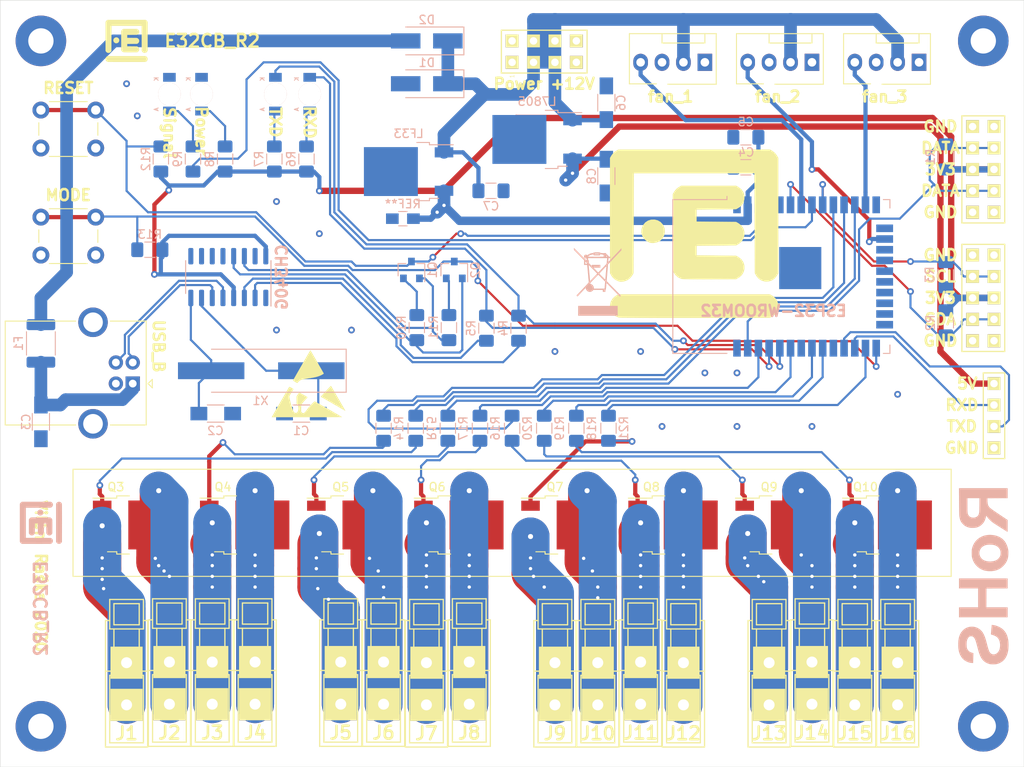
<source format=kicad_pcb>
(kicad_pcb (version 20171130) (host pcbnew 5.1.5-52549c5~84~ubuntu18.04.1)
  (layers (0 F.Cu signal hide) (31 B.Cu signal) (34 B.Paste user hide) (35 F.Paste user) (36 B.SilkS user hide) (37 F.SilkS user) (38 B.Mask user hide) (39 F.Mask user) (44 Edge.Cuts user))
  (net 0 "")
  (net 1 GND)
  (net 2 +3V3)
  (net 3 +12V)
  (net 4 /display_Vin)
  (net 5 "Net-(C1-Pad1)")
  (net 6 "Net-(C2-Pad1)")
  (net 7 "Net-(C3-Pad1)")
  (net 8 "Net-(CH340G1-Pad15)")
  (net 9 "Net-(CH340G1-Pad14)")
  (net 10 "Net-(CH340G1-Pad13)")
  (net 11 "Net-(CH340G1-Pad12)")
  (net 12 "Net-(CH340G1-Pad11)")
  (net 13 "Net-(CH340G1-Pad10)")
  (net 14 "Net-(CH340G1-Pad9)")
  (net 15 /USB_N)
  (net 16 /USB_P)
  (net 17 "Net-(CH340G1-Pad3)")
  (net 18 "Net-(CH340G1-Pad2)")
  (net 19 +5V)
  (net 20 /fan1)
  (net 21 "Net-(fan_1-Pad3)")
  (net 22 /fan2)
  (net 23 "Net-(fan_2-Pad3)")
  (net 24 /fan3)
  (net 25 "Net-(fan_3-Pad3)")
  (net 26 "Net-(J2-Pad1)")
  (net 27 "Net-(J4-Pad1)")
  (net 28 "Net-(J6-Pad1)")
  (net 29 "Net-(J8-Pad1)")
  (net 30 "Net-(J10-Pad1)")
  (net 31 "Net-(J12-Pad1)")
  (net 32 "Net-(J14-Pad1)")
  (net 33 "Net-(J16-Pad1)")
  (net 34 /U2_TXD)
  (net 35 /U2_RXD)
  (net 36 /OneWire)
  (net 37 /I2C_SCL)
  (net 38 /I2C_SDA)
  (net 39 /IO_0)
  (net 40 "Net-(Power1-Pad2)")
  (net 41 /EN)
  (net 42 "Net-(Q1-Pad2)")
  (net 43 "Net-(Q2-Pad2)")
  (net 44 "Net-(Q3-Pad1)")
  (net 45 "Net-(Q4-Pad1)")
  (net 46 "Net-(Q5-Pad1)")
  (net 47 "Net-(Q6-Pad1)")
  (net 48 "Net-(Q7-Pad1)")
  (net 49 "Net-(Q8-Pad1)")
  (net 50 "Net-(Q9-Pad1)")
  (net 51 "Net-(Q10-Pad1)")
  (net 52 /TXD)
  (net 53 /RXD)
  (net 54 "Net-(R6-Pad1)")
  (net 55 "Net-(R7-Pad1)")
  (net 56 /s_LED)
  (net 57 "Net-(R9-Pad1)")
  (net 58 /LED)
  (net 59 /pump)
  (net 60 /P12A)
  (net 61 /P12B)
  (net 62 /P3A)
  (net 63 /P3B)
  (net 64 /VM2)
  (net 65 /VM1)
  (net 66 "Net-(U1-Pad32)")
  (net 67 "Net-(U1-Pad29)")
  (net 68 "Net-(U1-Pad24)")
  (net 69 "Net-(U1-Pad23)")
  (net 70 "Net-(U1-Pad22)")
  (net 71 "Net-(U1-Pad21)")
  (net 72 "Net-(U1-Pad20)")
  (net 73 "Net-(U1-Pad19)")
  (net 74 "Net-(U1-Pad18)")
  (net 75 "Net-(U1-Pad17)")
  (net 76 "Net-(U1-Pad14)")
  (net 77 "Net-(U1-Pad5)")
  (net 78 "Net-(U1-Pad4)")
  (module Capacitors_SMD:C_0805_HandSoldering (layer B.Cu) (at 134.366 71.882 180)
    (fp_text reference REF** (at 0 1.75) (layer B.SilkS) (effects (justify mirror)))
    (fp_text value C_0805_HandSoldering)
    (pad 2 smd rect (at 1.25 0 180) (size 1.5 1.25) (layers B.Cu B.Paste B.Mask) (net 56 /s_LED))
    (pad 1 smd rect (at -1.25 0 180) (size 1.5 1.25) (layers B.Cu B.Paste B.Mask) (net 2 +3V3))
  )
  (module Symbol:WEEE-Logo_5.6x8mm_SilkScreen (layer B.Cu) (at 157.48 79.375 180)
    (fp_text reference REF** hide)
    (fp_text value WEEE-Logo_5.6x8mm_SilkScreen hide)
  )
  (module Symbol:ESD-Logo_8.9x8mm_SilkScreen (layer F.Cu) (at 123.19 91.44)
    (fp_text reference REF** hide)
    (fp_text value ESD-Logo_8.9x8mm_SilkScreen hide)
  )
  (module Symbol:RoHS-Logo_6mm_SilkScreen (layer B.Cu) (at 203.2 114.3 270)
    (fp_text reference REF** hide)
    (fp_text value RoHS-Logo_6mm_SilkScreen hide)
  )
  (module EM:logo_5mm (layer B.Cu) (at 91.44 107.95 270)
    (fp_text reference G*** hide)
    (fp_text value LOGO hide)
  )
  (module EM:logo_5mm (layer F.Cu) (at 101.6 50.8)
    (fp_text reference G*** hide)
    (fp_text value LOGO hide)
  )
  (module EM:logo_20mm (layer F.Cu) (at 168.91 73.66)
    (fp_text reference G*** hide)
    (fp_text value LOGO hide)
  )
  (module Crystals:Crystal_SMD_HC49-SD_HandSoldering (layer B.Cu) (at 117.5705 89.916 180)
    (fp_text reference X1 (at 0.0955 -3.556 unlocked) (layer B.SilkS) (effects (justify mirror)))
    (fp_text value 12MHz)
    (pad 2 smd rect (at 5.9375 0 180) (size 7.875 2) (layers B.Cu B.Paste B.Mask) (net 6 "Net-(C2-Pad1)"))
    (pad 1 smd rect (at -5.9375 0 180) (size 7.875 2) (layers B.Cu B.Paste B.Mask) (net 5 "Net-(C1-Pad1)"))
  )
  (module RF_Module:ESP32-WROOM-32 (layer B.Cu) (at 182.245 78.74 270)
    (fp_text reference ESP32-WROOM32 (at 4.08 3.93 unlocked) (layer B.SilkS) (effects (font (size 1.3 1.3) (thickness 0.3)) (justify mirror)))
    (fp_text value ESP32-WROOM-32)
    (pad 38 smd rect (at 8.5 8.255 270) (size 2 0.9) (layers B.Cu B.Paste B.Mask) (net 1 GND))
    (pad 37 smd rect (at 8.5 6.985 270) (size 2 0.9) (layers B.Cu B.Paste B.Mask) (net 36 /OneWire))
    (pad 36 smd rect (at 8.5 5.715 270) (size 2 0.9) (layers B.Cu B.Paste B.Mask) (net 61 /P12B))
    (pad 35 smd rect (at 8.5 4.445 270) (size 2 0.9) (layers B.Cu B.Paste B.Mask) (net 53 /RXD))
    (pad 34 smd rect (at 8.5 3.175 270) (size 2 0.9) (layers B.Cu B.Paste B.Mask) (net 52 /TXD))
    (pad 33 smd rect (at 8.5 1.905 270) (size 2 0.9) (layers B.Cu B.Paste B.Mask) (net 60 /P12A))
    (pad 32 smd rect (at 8.5 0.635 270) (size 2 0.9) (layers B.Cu B.Paste B.Mask) (net 66 "Net-(U1-Pad32)"))
    (pad 31 smd rect (at 8.5 -0.635 270) (size 2 0.9) (layers B.Cu B.Paste B.Mask) (net 63 /P3B))
    (pad 30 smd rect (at 8.5 -1.905 270) (size 2 0.9) (layers B.Cu B.Paste B.Mask) (net 62 /P3A))
    (pad 29 smd rect (at 8.5 -3.175 270) (size 2 0.9) (layers B.Cu B.Paste B.Mask) (net 67 "Net-(U1-Pad29)"))
    (pad 28 smd rect (at 8.5 -4.445 270) (size 2 0.9) (layers B.Cu B.Paste B.Mask) (net 34 /U2_TXD))
    (pad 27 smd rect (at 8.5 -5.715 270) (size 2 0.9) (layers B.Cu B.Paste B.Mask) (net 35 /U2_RXD))
    (pad 26 smd rect (at 8.5 -6.985 270) (size 2 0.9) (layers B.Cu B.Paste B.Mask) (net 65 /VM1))
    (pad 25 smd rect (at 8.5 -8.255 270) (size 2 0.9) (layers B.Cu B.Paste B.Mask) (net 39 /IO_0))
    (pad 24 smd rect (at 5.715 -9.255 180) (size 2 0.9) (layers B.Cu B.Paste B.Mask) (net 68 "Net-(U1-Pad24)"))
    (pad 23 smd rect (at 4.445 -9.255 180) (size 2 0.9) (layers B.Cu B.Paste B.Mask) (net 69 "Net-(U1-Pad23)"))
    (pad 22 smd rect (at 3.175 -9.255 180) (size 2 0.9) (layers B.Cu B.Paste B.Mask) (net 70 "Net-(U1-Pad22)"))
    (pad 21 smd rect (at 1.905 -9.255 180) (size 2 0.9) (layers B.Cu B.Paste B.Mask) (net 71 "Net-(U1-Pad21)"))
    (pad 20 smd rect (at 0.635 -9.255 180) (size 2 0.9) (layers B.Cu B.Paste B.Mask) (net 72 "Net-(U1-Pad20)"))
    (pad 19 smd rect (at -0.635 -9.255 180) (size 2 0.9) (layers B.Cu B.Paste B.Mask) (net 73 "Net-(U1-Pad19)"))
    (pad 18 smd rect (at -1.905 -9.255 180) (size 2 0.9) (layers B.Cu B.Paste B.Mask) (net 74 "Net-(U1-Pad18)"))
    (pad 17 smd rect (at -3.175 -9.255 180) (size 2 0.9) (layers B.Cu B.Paste B.Mask) (net 75 "Net-(U1-Pad17)"))
    (pad 16 smd rect (at -4.445 -9.255 180) (size 2 0.9) (layers B.Cu B.Paste B.Mask) (net 22 /fan2))
    (pad 15 smd rect (at -5.715 -9.255 180) (size 2 0.9) (layers B.Cu B.Paste B.Mask) (net 1 GND))
    (pad 14 smd rect (at -8.5 -8.255 270) (size 2 0.9) (layers B.Cu B.Paste B.Mask) (net 76 "Net-(U1-Pad14)"))
    (pad 13 smd rect (at -8.5 -6.985 270) (size 2 0.9) (layers B.Cu B.Paste B.Mask) (net 24 /fan3))
    (pad 12 smd rect (at -8.5 -5.715 270) (size 2 0.9) (layers B.Cu B.Paste B.Mask) (net 59 /pump))
    (pad 11 smd rect (at -8.5 -4.445 270) (size 2 0.9) (layers B.Cu B.Paste B.Mask) (net 58 /LED))
    (pad 10 smd rect (at -8.5 -3.175 270) (size 2 0.9) (layers B.Cu B.Paste B.Mask) (net 64 /VM2))
    (pad 9 smd rect (at -8.5 -1.905 270) (size 2 0.9) (layers B.Cu B.Paste B.Mask) (net 37 /I2C_SCL))
    (pad 8 smd rect (at -8.5 -0.635 270) (size 2 0.9) (layers B.Cu B.Paste B.Mask) (net 56 /s_LED))
    (pad 7 smd rect (at -8.5 0.635 270) (size 2 0.9) (layers B.Cu B.Paste B.Mask) (net 20 /fan1))
    (pad 6 smd rect (at -8.5 1.905 270) (size 2 0.9) (layers B.Cu B.Paste B.Mask) (net 38 /I2C_SDA))
    (pad 5 smd rect (at -8.5 3.175 270) (size 2 0.9) (layers B.Cu B.Paste B.Mask) (net 77 "Net-(U1-Pad5)"))
    (pad 4 smd rect (at -8.5 4.445 270) (size 2 0.9) (layers B.Cu B.Paste B.Mask) (net 78 "Net-(U1-Pad4)"))
    (pad 3 smd rect (at -8.5 5.715 270) (size 2 0.9) (layers B.Cu B.Paste B.Mask) (net 41 /EN))
    (pad 2 smd rect (at -8.5 6.985 270) (size 2 0.9) (layers B.Cu B.Paste B.Mask) (net 2 +3V3))
    (pad 1 smd rect (at -8.5 8.255 270) (size 2 0.9) (layers B.Cu B.Paste B.Mask) (net 1 GND))
    (pad 39 smd rect (at -1 0.755 270) (size 5 5) (layers B.Cu B.Paste B.Mask))
  )
  (module Mlab_D:LED_1206 (layer B.Cu) (at 119.253 57.118 90)
    (fp_text reference TXD (at -3.334 0 270 unlocked) (layer F.SilkS) (effects (font (size 1.3 1.3) (thickness 0.3))))
    (fp_text value LED_R hide)
    (fp_text user K (at 1.80086 -1.5494 90) (layer B.SilkS) (effects (font (size 0.50038 0.50038) (thickness 0.09906)) (justify mirror)))
    (fp_text user A (at -1.80086 -1.5494 90) (layer B.SilkS) (effects (font (size 0.50038 0.50038) (thickness 0.09906)) (justify mirror)))
    (pad "" np_thru_hole circle (at 0 0 90) (size 2.7 2.7) (drill 2.7) (layers *.Cu *.Mask B.SilkS))
    (pad 1 smd rect (at 2 0 90) (size 1.05 1.5) (layers B.Cu B.Paste B.Mask) (net 52 /TXD))
    (pad 2 smd rect (at -2 0 90) (size 1.05 1.5) (layers B.Cu B.Paste B.Mask) (net 55 "Net-(R7-Pad1)"))
  )
  (module Mlab_D:LED_1206 (layer B.Cu) (at 106.68 57.118 90)
    (fp_text reference Signal (at -4.604 0 270 unlocked) (layer F.SilkS) (effects (font (size 1.3 1.3) (thickness 0.3))))
    (fp_text value LED_R hide)
    (fp_text user K (at 1.80086 -1.5494 90) (layer B.SilkS) (effects (font (size 0.50038 0.50038) (thickness 0.09906)) (justify mirror)))
    (fp_text user A (at -1.80086 -1.5494 90) (layer B.SilkS) (effects (font (size 0.50038 0.50038) (thickness 0.09906)) (justify mirror)))
    (pad "" np_thru_hole circle (at 0 0 90) (size 2.7 2.7) (drill 2.7) (layers *.Cu *.Mask B.SilkS))
    (pad 1 smd rect (at 2 0 90) (size 1.05 1.5) (layers B.Cu B.Paste B.Mask) (net 1 GND))
    (pad 2 smd rect (at -2 0 90) (size 1.05 1.5) (layers B.Cu B.Paste B.Mask) (net 57 "Net-(R9-Pad1)"))
  )
  (module Mlab_D:LED_1206 (layer B.Cu) (at 123.317 57.118 90)
    (fp_text reference RXD (at -3.334 0 270 unlocked) (layer F.SilkS) (effects (font (size 1.3 1.3) (thickness 0.3))))
    (fp_text value LED_R hide)
    (fp_text user K (at 1.80086 -1.5494 90) (layer B.SilkS) (effects (font (size 0.50038 0.50038) (thickness 0.09906)) (justify mirror)))
    (fp_text user A (at -1.80086 -1.5494 90) (layer B.SilkS) (effects (font (size 0.50038 0.50038) (thickness 0.09906)) (justify mirror)))
    (pad "" np_thru_hole circle (at 0 0 90) (size 2.7 2.7) (drill 2.7) (layers *.Cu *.Mask B.SilkS))
    (pad 1 smd rect (at 2 0 90) (size 1.05 1.5) (layers B.Cu B.Paste B.Mask) (net 53 /RXD))
    (pad 2 smd rect (at -2 0 90) (size 1.05 1.5) (layers B.Cu B.Paste B.Mask) (net 54 "Net-(R6-Pad1)"))
  )
  (module Buttons_Switches_THT:SW_PUSH_6mm_h4.3mm (layer F.Cu) (at 91.44 59)
    (fp_text reference RESET (at 3.25 -2.612 unlocked) (layer F.SilkS) (effects (font (size 1.3 1.3) (thickness 0.3))))
    (fp_text value SW_Push)
    (pad 1 thru_hole circle (at 6.5 0 90) (size 2 2) (drill 1.1) (layers *.Cu *.Mask) (net 41 /EN))
    (pad 2 thru_hole circle (at 6.5 4.5 90) (size 2 2) (drill 1.1) (layers *.Cu *.Mask) (net 1 GND))
    (pad 1 thru_hole circle (at 0 0 90) (size 2 2) (drill 1.1) (layers *.Cu *.Mask) (net 41 /EN))
    (pad 2 thru_hole circle (at 0 4.5 90) (size 2 2) (drill 1.1) (layers *.Cu *.Mask) (net 1 GND))
  )
  (module Resistor_SMD:R_1206_3216Metric_Pad1.42x1.75mm_HandSolder (layer B.Cu) (at 158.75 96.7375 90)
    (fp_text reference R21 (at 0 1.82 90) (layer B.SilkS) (effects (justify mirror)))
    (fp_text value 470R)
    (pad 2 smd roundrect (at 1.4875 0 90) (size 1.425 1.75) (layers B.Cu B.Paste B.Mask) (roundrect_rratio 0.175439) (net 65 /VM1))
    (pad 1 smd roundrect (at -1.4875 0 90) (size 1.425 1.75) (layers B.Cu B.Paste B.Mask) (roundrect_rratio 0.175439) (net 48 "Net-(Q7-Pad1)"))
  )
  (module Resistor_SMD:R_1206_3216Metric_Pad1.42x1.75mm_HandSolder (layer B.Cu) (at 147.32 96.7375 90)
    (fp_text reference R20 (at 0 1.82 90) (layer B.SilkS) (effects (justify mirror)))
    (fp_text value 470R)
    (pad 2 smd roundrect (at 1.4875 0 90) (size 1.425 1.75) (layers B.Cu B.Paste B.Mask) (roundrect_rratio 0.175439) (net 64 /VM2))
    (pad 1 smd roundrect (at -1.4875 0 90) (size 1.425 1.75) (layers B.Cu B.Paste B.Mask) (roundrect_rratio 0.175439) (net 49 "Net-(Q8-Pad1)"))
  )
  (module Resistor_SMD:R_1206_3216Metric_Pad1.42x1.75mm_HandSolder (layer B.Cu) (at 151.13 96.7375 90)
    (fp_text reference R19 (at 0 1.82 90) (layer B.SilkS) (effects (justify mirror)))
    (fp_text value 470R)
    (pad 2 smd roundrect (at 1.4875 0 90) (size 1.425 1.75) (layers B.Cu B.Paste B.Mask) (roundrect_rratio 0.175439) (net 63 /P3B))
    (pad 1 smd roundrect (at -1.4875 0 90) (size 1.425 1.75) (layers B.Cu B.Paste B.Mask) (roundrect_rratio 0.175439) (net 50 "Net-(Q9-Pad1)"))
  )
  (module Resistor_SMD:R_1206_3216Metric_Pad1.42x1.75mm_HandSolder (layer B.Cu) (at 154.94 96.7375 90)
    (fp_text reference R18 (at 0 1.82 90) (layer B.SilkS) (effects (justify mirror)))
    (fp_text value 470R)
    (pad 2 smd roundrect (at 1.4875 0 90) (size 1.425 1.75) (layers B.Cu B.Paste B.Mask) (roundrect_rratio 0.175439) (net 62 /P3A))
    (pad 1 smd roundrect (at -1.4875 0 90) (size 1.425 1.75) (layers B.Cu B.Paste B.Mask) (roundrect_rratio 0.175439) (net 51 "Net-(Q10-Pad1)"))
  )
  (module Resistor_SMD:R_1206_3216Metric_Pad1.42x1.75mm_HandSolder (layer B.Cu) (at 139.7 96.7375 90)
    (fp_text reference R17 (at 0 1.82 90) (layer B.SilkS) (effects (justify mirror)))
    (fp_text value 470R)
    (pad 2 smd roundrect (at 1.4875 0 90) (size 1.425 1.75) (layers B.Cu B.Paste B.Mask) (roundrect_rratio 0.175439) (net 61 /P12B))
    (pad 1 smd roundrect (at -1.4875 0 90) (size 1.425 1.75) (layers B.Cu B.Paste B.Mask) (roundrect_rratio 0.175439) (net 46 "Net-(Q5-Pad1)"))
  )
  (module Resistor_SMD:R_1206_3216Metric_Pad1.42x1.75mm_HandSolder (layer B.Cu) (at 143.51 96.7375 90)
    (fp_text reference R16 (at 0 1.82 90) (layer B.SilkS) (effects (justify mirror)))
    (fp_text value 470R)
    (pad 2 smd roundrect (at 1.4875 0 90) (size 1.425 1.75) (layers B.Cu B.Paste B.Mask) (roundrect_rratio 0.175439) (net 60 /P12A))
    (pad 1 smd roundrect (at -1.4875 0 90) (size 1.425 1.75) (layers B.Cu B.Paste B.Mask) (roundrect_rratio 0.175439) (net 47 "Net-(Q6-Pad1)"))
  )
  (module Resistor_SMD:R_1206_3216Metric_Pad1.42x1.75mm_HandSolder (layer B.Cu) (at 135.89 96.7375 90)
    (fp_text reference R15 (at 0 1.82 -90 unlocked) (layer B.SilkS) (effects (justify mirror)))
    (fp_text value 470R)
    (pad 2 smd roundrect (at 1.4875 0 90) (size 1.425 1.75) (layers B.Cu B.Paste B.Mask) (roundrect_rratio 0.175439) (net 59 /pump))
    (pad 1 smd roundrect (at -1.4875 0 90) (size 1.425 1.75) (layers B.Cu B.Paste B.Mask) (roundrect_rratio 0.175439) (net 44 "Net-(Q3-Pad1)"))
  )
  (module Resistor_SMD:R_1206_3216Metric_Pad1.42x1.75mm_HandSolder (layer B.Cu) (at 132.08 96.7375 90)
    (fp_text reference R14 (at 0 1.82 90) (layer B.SilkS) (effects (justify mirror)))
    (fp_text value 470R)
    (pad 2 smd roundrect (at 1.4875 0 90) (size 1.425 1.75) (layers B.Cu B.Paste B.Mask) (roundrect_rratio 0.175439) (net 58 /LED))
    (pad 1 smd roundrect (at -1.4875 0 90) (size 1.425 1.75) (layers B.Cu B.Paste B.Mask) (roundrect_rratio 0.175439) (net 45 "Net-(Q4-Pad1)"))
  )
  (module Resistor_SMD:R_1206_3216Metric_Pad1.42x1.75mm_HandSolder (layer B.Cu) (at 104.3575 75.565 180)
    (fp_text reference R13 (at 0 1.82) (layer B.SilkS) (effects (justify mirror)))
    (fp_text value 10k)
    (pad 2 smd roundrect (at 1.4875 0 180) (size 1.425 1.75) (layers B.Cu B.Paste B.Mask) (roundrect_rratio 0.175439) (net 39 /IO_0))
    (pad 1 smd roundrect (at -1.4875 0 180) (size 1.425 1.75) (layers B.Cu B.Paste B.Mask) (roundrect_rratio 0.175439) (net 2 +3V3))
  )
  (module Resistor_SMD:R_1206_3216Metric_Pad1.42x1.75mm_HandSolder (layer B.Cu) (at 105.664 64.8065 90)
    (fp_text reference R12 (at 0 -1.778 90) (layer B.SilkS) (effects (justify mirror)))
    (fp_text value 10k)
    (pad 2 smd roundrect (at 1.4875 0 90) (size 1.425 1.75) (layers B.Cu B.Paste B.Mask) (roundrect_rratio 0.175439) (net 41 /EN))
    (pad 1 smd roundrect (at -1.4875 0 90) (size 1.425 1.75) (layers B.Cu B.Paste B.Mask) (roundrect_rratio 0.175439) (net 2 +3V3))
  )
  (module Resistor_SMD:R_1206_3216Metric_Pad1.42x1.75mm_HandSolder (layer B.Cu) (at 139.827 84.7995 270)
    (fp_text reference R11 (at 0 1.82 90) (layer B.SilkS) (effects (justify mirror)))
    (fp_text value 12k)
    (pad 2 smd roundrect (at 1.4875 0 270) (size 1.425 1.75) (layers B.Cu B.Paste B.Mask) (roundrect_rratio 0.175439) (net 9 "Net-(CH340G1-Pad14)"))
    (pad 1 smd roundrect (at -1.4875 0 270) (size 1.425 1.75) (layers B.Cu B.Paste B.Mask) (roundrect_rratio 0.175439) (net 43 "Net-(Q2-Pad2)"))
  )
  (module Resistor_SMD:R_1206_3216Metric_Pad1.42x1.75mm_HandSolder (layer B.Cu) (at 136.017 84.7995 270)
    (fp_text reference R10 (at 0 1.82 90) (layer B.SilkS) (effects (justify mirror)))
    (fp_text value 12k)
    (pad 2 smd roundrect (at 1.4875 0 270) (size 1.425 1.75) (layers B.Cu B.Paste B.Mask) (roundrect_rratio 0.175439) (net 10 "Net-(CH340G1-Pad13)"))
    (pad 1 smd roundrect (at -1.4875 0 270) (size 1.425 1.75) (layers B.Cu B.Paste B.Mask) (roundrect_rratio 0.175439) (net 42 "Net-(Q1-Pad2)"))
  )
  (module Resistor_SMD:R_1206_3216Metric_Pad1.42x1.75mm_HandSolder (layer B.Cu) (at 109.474 64.8065 270)
    (fp_text reference R9 (at 0 1.82 90) (layer B.SilkS) (effects (justify mirror)))
    (fp_text value 1k)
    (pad 2 smd roundrect (at 1.4875 0 270) (size 1.425 1.75) (layers B.Cu B.Paste B.Mask) (roundrect_rratio 0.175439) (net 56 /s_LED))
    (pad 1 smd roundrect (at -1.4875 0 270) (size 1.425 1.75) (layers B.Cu B.Paste B.Mask) (roundrect_rratio 0.175439) (net 57 "Net-(R9-Pad1)"))
  )
  (module Resistor_SMD:R_1206_3216Metric_Pad1.42x1.75mm_HandSolder (layer B.Cu) (at 113.284 64.8065 270)
    (fp_text reference R8 (at 0 1.82 90) (layer B.SilkS) (effects (justify mirror)))
    (fp_text value 1k)
    (pad 2 smd roundrect (at 1.4875 0 270) (size 1.425 1.75) (layers B.Cu B.Paste B.Mask) (roundrect_rratio 0.175439) (net 2 +3V3))
    (pad 1 smd roundrect (at -1.4875 0 270) (size 1.425 1.75) (layers B.Cu B.Paste B.Mask) (roundrect_rratio 0.175439) (net 40 "Net-(Power1-Pad2)"))
  )
  (module Resistor_SMD:R_1206_3216Metric_Pad1.42x1.75mm_HandSolder (layer B.Cu) (at 119.126 64.8065 270)
    (fp_text reference R7 (at 0 1.82 90) (layer B.SilkS) (effects (justify mirror)))
    (fp_text value 1k)
    (pad 2 smd roundrect (at 1.4875 0 270) (size 1.425 1.75) (layers B.Cu B.Paste B.Mask) (roundrect_rratio 0.175439) (net 2 +3V3))
    (pad 1 smd roundrect (at -1.4875 0 270) (size 1.425 1.75) (layers B.Cu B.Paste B.Mask) (roundrect_rratio 0.175439) (net 55 "Net-(R7-Pad1)"))
  )
  (module Resistor_SMD:R_1206_3216Metric_Pad1.42x1.75mm_HandSolder (layer B.Cu) (at 122.936 64.8065 270)
    (fp_text reference R6 (at 0 1.82 90) (layer B.SilkS) (effects (justify mirror)))
    (fp_text value 1k)
    (pad 2 smd roundrect (at 1.4875 0 270) (size 1.425 1.75) (layers B.Cu B.Paste B.Mask) (roundrect_rratio 0.175439) (net 2 +3V3))
    (pad 1 smd roundrect (at -1.4875 0 270) (size 1.425 1.75) (layers B.Cu B.Paste B.Mask) (roundrect_rratio 0.175439) (net 54 "Net-(R6-Pad1)"))
  )
  (module Resistor_SMD:R_1206_3216Metric_Pad1.42x1.75mm_HandSolder (layer B.Cu) (at 144.272 84.8725 270)
    (fp_text reference R5 (at 0 1.82 90) (layer B.SilkS) (effects (justify mirror)))
    (fp_text value 470R)
    (pad 2 smd roundrect (at 1.4875 0 270) (size 1.425 1.75) (layers B.Cu B.Paste B.Mask) (roundrect_rratio 0.175439) (net 17 "Net-(CH340G1-Pad3)"))
    (pad 1 smd roundrect (at -1.4875 0 270) (size 1.425 1.75) (layers B.Cu B.Paste B.Mask) (roundrect_rratio 0.175439) (net 53 /RXD))
  )
  (module Resistor_SMD:R_1206_3216Metric_Pad1.42x1.75mm_HandSolder (layer B.Cu) (at 148.082 84.8725 270)
    (fp_text reference R4 (at 0 1.82 90) (layer B.SilkS) (effects (justify mirror)))
    (fp_text value 470R)
    (pad 2 smd roundrect (at 1.4875 0 270) (size 1.425 1.75) (layers B.Cu B.Paste B.Mask) (roundrect_rratio 0.175439) (net 18 "Net-(CH340G1-Pad2)"))
    (pad 1 smd roundrect (at -1.4875 0 270) (size 1.425 1.75) (layers B.Cu B.Paste B.Mask) (roundrect_rratio 0.175439) (net 52 /TXD))
  )
  (module Resistor_SMD:R_1206_3216Metric_Pad1.42x1.75mm_HandSolder (layer B.Cu) (at 198.755 78.5225 90)
    (fp_text reference R3 (at 0 -1.905 90) (layer B.SilkS) (effects (justify mirror)))
    (fp_text value 1k2)
    (pad 2 smd roundrect (at 1.4875 0 90) (size 1.425 1.75) (layers B.Cu B.Paste B.Mask) (roundrect_rratio 0.175439) (net 37 /I2C_SCL))
    (pad 1 smd roundrect (at -1.4875 0 90) (size 1.425 1.75) (layers B.Cu B.Paste B.Mask) (roundrect_rratio 0.175439) (net 2 +3V3))
  )
  (module Resistor_SMD:R_1206_3216Metric_Pad1.42x1.75mm_HandSolder (layer B.Cu) (at 198.755 84.2375 270)
    (fp_text reference R2 (at 0 1.82 90) (layer B.SilkS) (effects (justify mirror)))
    (fp_text value 1k2)
    (pad 2 smd roundrect (at 1.4875 0 270) (size 1.425 1.75) (layers B.Cu B.Paste B.Mask) (roundrect_rratio 0.175439) (net 38 /I2C_SDA))
    (pad 1 smd roundrect (at -1.4875 0 270) (size 1.425 1.75) (layers B.Cu B.Paste B.Mask) (roundrect_rratio 0.175439) (net 2 +3V3))
  )
  (module Resistor_SMD:R_1206_3216Metric_Pad1.42x1.75mm_HandSolder (layer B.Cu) (at 198.755 64.5525 270)
    (fp_text reference R1 (at 0 1.82 90) (layer B.SilkS) (effects (justify mirror)))
    (fp_text value 4k7)
    (pad 2 smd roundrect (at 1.4875 0 270) (size 1.425 1.75) (layers B.Cu B.Paste B.Mask) (roundrect_rratio 0.175439) (net 2 +3V3))
    (pad 1 smd roundrect (at -1.4875 0 270) (size 1.425 1.75) (layers B.Cu B.Paste B.Mask) (roundrect_rratio 0.175439) (net 36 /OneWire))
  )
  (module Package_TO_SOT_SMD:TO-252-2 (layer F.Cu) (at 191.805 108.205)
    (fp_text reference Q10 (at -2.575 -4.5) (layer F.SilkS))
    (fp_text value IRLR2905)
    (pad 2 smd rect (at 2.1 0) (size 6.4 5.8) (layers F.Cu F.Mask) (net 33 "Net-(J16-Pad1)"))
    (pad 3 smd rect (at -4.2 2.28) (size 2.2 1.2) (layers F.Cu F.Paste F.Mask) (net 1 GND))
    (pad 1 smd rect (at -4.2 -2.28) (size 2.2 1.2) (layers F.Cu F.Paste F.Mask) (net 51 "Net-(Q10-Pad1)"))
  )
  (module Package_TO_SOT_SMD:TO-252-2 (layer F.Cu) (at 179.105 108.205)
    (fp_text reference Q9 (at -1.305 -4.5) (layer F.SilkS))
    (fp_text value IRLR2905)
    (pad 2 smd rect (at 2.1 0) (size 6.4 5.8) (layers F.Cu F.Mask) (net 32 "Net-(J14-Pad1)"))
    (pad 3 smd rect (at -4.2 2.28) (size 2.2 1.2) (layers F.Cu F.Paste F.Mask) (net 1 GND))
    (pad 1 smd rect (at -4.2 -2.28) (size 2.2 1.2) (layers F.Cu F.Paste F.Mask) (net 50 "Net-(Q9-Pad1)"))
  )
  (module Package_TO_SOT_SMD:TO-252-2 (layer F.Cu) (at 166.405 108.205)
    (fp_text reference Q8 (at -2.575 -4.5) (layer F.SilkS))
    (fp_text value IRLR2905)
    (pad 2 smd rect (at 2.1 0) (size 6.4 5.8) (layers F.Cu F.Mask) (net 31 "Net-(J12-Pad1)"))
    (pad 3 smd rect (at -4.2 2.28) (size 2.2 1.2) (layers F.Cu F.Paste F.Mask) (net 1 GND))
    (pad 1 smd rect (at -4.2 -2.28) (size 2.2 1.2) (layers F.Cu F.Paste F.Mask) (net 49 "Net-(Q8-Pad1)"))
  )
  (module Package_TO_SOT_SMD:TO-252-2 (layer F.Cu) (at 153.705 108.205)
    (fp_text reference Q7 (at -1.305 -4.5) (layer F.SilkS))
    (fp_text value IRLR2905)
    (pad 2 smd rect (at 2.1 0) (size 6.4 5.8) (layers F.Cu F.Mask) (net 30 "Net-(J10-Pad1)"))
    (pad 3 smd rect (at -4.2 2.28) (size 2.2 1.2) (layers F.Cu F.Paste F.Mask) (net 1 GND))
    (pad 1 smd rect (at -4.2 -2.28) (size 2.2 1.2) (layers F.Cu F.Paste F.Mask) (net 48 "Net-(Q7-Pad1)"))
  )
  (module Package_TO_SOT_SMD:TO-252-2 (layer F.Cu) (at 141.005 108.205)
    (fp_text reference Q6 (at -2.575 -4.5) (layer F.SilkS))
    (fp_text value IRLR2905)
    (pad 2 smd rect (at 2.1 0) (size 6.4 5.8) (layers F.Cu F.Mask) (net 29 "Net-(J8-Pad1)"))
    (pad 3 smd rect (at -4.2 2.28) (size 2.2 1.2) (layers F.Cu F.Paste F.Mask) (net 1 GND))
    (pad 1 smd rect (at -4.2 -2.28) (size 2.2 1.2) (layers F.Cu F.Paste F.Mask) (net 47 "Net-(Q6-Pad1)"))
  )
  (module Package_TO_SOT_SMD:TO-252-2 (layer F.Cu) (at 128.305 108.205)
    (fp_text reference Q5 (at -1.305 -4.5) (layer F.SilkS))
    (fp_text value IRLR2905)
    (pad 2 smd rect (at 2.1 0) (size 6.4 5.8) (layers F.Cu F.Mask) (net 28 "Net-(J6-Pad1)"))
    (pad 3 smd rect (at -4.2 2.28) (size 2.2 1.2) (layers F.Cu F.Paste F.Mask) (net 1 GND))
    (pad 1 smd rect (at -4.2 -2.28) (size 2.2 1.2) (layers F.Cu F.Paste F.Mask) (net 46 "Net-(Q5-Pad1)"))
  )
  (module Package_TO_SOT_SMD:TO-252-2 (layer F.Cu) (at 115.605 108.205)
    (fp_text reference Q4 (at -2.575 -4.5) (layer F.SilkS))
    (fp_text value IRLR2905)
    (pad 2 smd rect (at 2.1 0) (size 6.4 5.8) (layers F.Cu F.Mask) (net 27 "Net-(J4-Pad1)"))
    (pad 3 smd rect (at -4.2 2.28) (size 2.2 1.2) (layers F.Cu F.Paste F.Mask) (net 1 GND))
    (pad 1 smd rect (at -4.2 -2.28) (size 2.2 1.2) (layers F.Cu F.Paste F.Mask) (net 45 "Net-(Q4-Pad1)"))
  )
  (module Package_TO_SOT_SMD:TO-252-2 (layer F.Cu) (at 102.905 108.205)
    (fp_text reference Q3 (at -2.575 -4.5) (layer F.SilkS))
    (fp_text value IRLR2905)
    (pad 2 smd rect (at 2.1 0) (size 6.4 5.8) (layers F.Cu F.Mask) (net 26 "Net-(J2-Pad1)"))
    (pad 3 smd rect (at -4.2 2.28) (size 2.2 1.2) (layers F.Cu F.Paste F.Mask) (net 1 GND))
    (pad 1 smd rect (at -4.2 -2.28) (size 2.2 1.2) (layers F.Cu F.Paste F.Mask) (net 44 "Net-(Q3-Pad1)"))
  )
  (module TO_SOT_Packages_SMD:SOT-23 (layer B.Cu) (at 140.462 77.962 90)
    (fp_text reference Q2 (at 0 2.5 90) (layer B.SilkS) (effects (justify mirror)))
    (fp_text value S8050)
    (pad 3 smd rect (at 1 0 90) (size 0.9 0.8) (layers B.Cu B.Paste B.Mask) (net 39 /IO_0))
    (pad 2 smd rect (at -1 -0.95 90) (size 0.9 0.8) (layers B.Cu B.Paste B.Mask) (net 43 "Net-(Q2-Pad2)"))
    (pad 1 smd rect (at -1 0.95 90) (size 0.9 0.8) (layers B.Cu B.Paste B.Mask) (net 10 "Net-(CH340G1-Pad13)"))
  )
  (module TO_SOT_Packages_SMD:SOT-23 (layer B.Cu) (at 135.382 77.962 90)
    (fp_text reference Q1 (at 0 2.5 90) (layer B.SilkS) (effects (justify mirror)))
    (fp_text value S8050)
    (pad 3 smd rect (at 1 0 90) (size 0.9 0.8) (layers B.Cu B.Paste B.Mask) (net 41 /EN))
    (pad 2 smd rect (at -1 -0.95 90) (size 0.9 0.8) (layers B.Cu B.Paste B.Mask) (net 42 "Net-(Q1-Pad2)"))
    (pad 1 smd rect (at -1 0.95 90) (size 0.9 0.8) (layers B.Cu B.Paste B.Mask) (net 9 "Net-(CH340G1-Pad14)"))
  )
  (module Mlab_D:LED_1206 (layer B.Cu) (at 110.49 57.118 90)
    (fp_text reference Power (at -4.35 0 270 unlocked) (layer F.SilkS) (effects (font (size 1.3 1.3) (thickness 0.3))))
    (fp_text value LED_R hide)
    (fp_text user K (at 1.80086 -1.5494 90) (layer B.SilkS) (effects (font (size 0.50038 0.50038) (thickness 0.09906)) (justify mirror)))
    (fp_text user A (at -1.80086 -1.5494 90) (layer B.SilkS) (effects (font (size 0.50038 0.50038) (thickness 0.09906)) (justify mirror)))
    (pad "" np_thru_hole circle (at 0 0 90) (size 2.7 2.7) (drill 2.7) (layers *.Cu *.Mask B.SilkS))
    (pad 1 smd rect (at 2 0 90) (size 1.05 1.5) (layers B.Cu B.Paste B.Mask) (net 1 GND))
    (pad 2 smd rect (at -2 0 90) (size 1.05 1.5) (layers B.Cu B.Paste B.Mask) (net 40 "Net-(Power1-Pad2)"))
  )
  (module Buttons_Switches_THT:SW_PUSH_6mm_h4.3mm (layer F.Cu) (at 91.44 71.7)
    (fp_text reference MODE (at 3.25 -2.612 unlocked) (layer F.SilkS) (effects (font (size 1.3 1.3) (thickness 0.3))))
    (fp_text value SW_Push)
    (pad 1 thru_hole circle (at 6.5 0 90) (size 2 2) (drill 1.1) (layers *.Cu *.Mask) (net 39 /IO_0))
    (pad 2 thru_hole circle (at 6.5 4.5 90) (size 2 2) (drill 1.1) (layers *.Cu *.Mask) (net 1 GND))
    (pad 1 thru_hole circle (at 0 0 90) (size 2 2) (drill 1.1) (layers *.Cu *.Mask) (net 39 /IO_0))
    (pad 2 thru_hole circle (at 0 4.5 90) (size 2 2) (drill 1.1) (layers *.Cu *.Mask) (net 1 GND))
  )
  (module Connector_USB:USB_B_OST_USB-B1HSxx_Horizontal (layer F.Cu) (at 102.33 91.44 180)
    (fp_text reference USB_B (at -3.08 4.445 270 unlocked) (layer F.SilkS) (effects (font (size 1.3 1.3) (thickness 0.3))))
    (fp_text value USB_B)
    (pad 5 thru_hole circle (at 4.71 7.27 180) (size 3.5 3.5) (drill 2.33) (layers *.Cu *.Mask) (net 1 GND))
    (pad 5 thru_hole circle (at 4.71 -4.77 180) (size 3.5 3.5) (drill 2.33) (layers *.Cu *.Mask) (net 1 GND))
    (pad 4 thru_hole circle (at 2 0 180) (size 1.7 1.7) (drill 0.92) (layers *.Cu *.Mask) (net 1 GND))
    (pad 3 thru_hole circle (at 2 2.5 180) (size 1.7 1.7) (drill 0.92) (layers *.Cu *.Mask) (net 16 /USB_P))
    (pad 2 thru_hole circle (at 0 2.5 180) (size 1.7 1.7) (drill 0.92) (layers *.Cu *.Mask) (net 15 /USB_N))
    (pad 1 thru_hole rect (at 0 0 180) (size 1.7 1.7) (drill 0.92) (layers *.Cu *.Mask) (net 7 "Net-(C3-Pad1)"))
  )
  (module Mlab_Pin_Headers:Straight_2x05 (layer F.Cu) (at 203.2 81.28 180)
    (fp_text reference J20 hide)
    (fp_text value I2C hide)
    (pad 10 thru_hole rect (at 1.27 5.08 180) (size 1.524 1.524) (drill 0.889) (layers *.Cu *.Mask F.SilkS) (net 1 GND))
    (pad 9 thru_hole rect (at -1.27 5.08 180) (size 1.524 1.524) (drill 0.889) (layers *.Cu *.Mask F.SilkS) (net 1 GND))
    (pad 8 thru_hole rect (at 1.27 2.54 180) (size 1.524 1.524) (drill 0.889) (layers *.Cu *.Mask F.SilkS) (net 37 /I2C_SCL))
    (pad 7 thru_hole rect (at -1.27 2.54 180) (size 1.524 1.524) (drill 0.889) (layers *.Cu *.Mask F.SilkS) (net 37 /I2C_SCL))
    (pad 6 thru_hole rect (at 1.27 0 180) (size 1.524 1.524) (drill 0.889) (layers *.Cu *.Mask F.SilkS) (net 2 +3V3))
    (pad 5 thru_hole rect (at -1.27 0 180) (size 1.524 1.524) (drill 0.889) (layers *.Cu *.Mask F.SilkS) (net 2 +3V3))
    (pad 4 thru_hole rect (at 1.27 -2.54 180) (size 1.524 1.524) (drill 0.889) (layers *.Cu *.Mask F.SilkS) (net 38 /I2C_SDA))
    (pad 3 thru_hole rect (at -1.27 -2.54 180) (size 1.524 1.524) (drill 0.889) (layers *.Cu *.Mask F.SilkS) (net 38 /I2C_SDA))
    (pad 2 thru_hole rect (at 1.27 -5.08 180) (size 1.524 1.524) (drill 0.889) (layers *.Cu *.Mask F.SilkS) (net 1 GND))
    (pad 1 thru_hole rect (at -1.27 -5.08 180) (size 1.524 1.524) (drill 0.889) (layers *.Cu *.Mask F.SilkS) (net 1 GND))
  )
  (module Mlab_Pin_Headers:Straight_2x05 (layer F.Cu) (at 203.2 66.04 180)
    (fp_text reference J19 hide)
    (fp_text value OneWire hide)
    (pad 10 thru_hole rect (at 1.27 5.08 180) (size 1.524 1.524) (drill 0.889) (layers *.Cu *.Mask F.SilkS) (net 1 GND))
    (pad 9 thru_hole rect (at -1.27 5.08 180) (size 1.524 1.524) (drill 0.889) (layers *.Cu *.Mask F.SilkS) (net 1 GND))
    (pad 8 thru_hole rect (at 1.27 2.54 180) (size 1.524 1.524) (drill 0.889) (layers *.Cu *.Mask F.SilkS) (net 36 /OneWire))
    (pad 7 thru_hole rect (at -1.27 2.54 180) (size 1.524 1.524) (drill 0.889) (layers *.Cu *.Mask F.SilkS) (net 36 /OneWire))
    (pad 6 thru_hole rect (at 1.27 0 180) (size 1.524 1.524) (drill 0.889) (layers *.Cu *.Mask F.SilkS) (net 2 +3V3))
    (pad 5 thru_hole rect (at -1.27 0 180) (size 1.524 1.524) (drill 0.889) (layers *.Cu *.Mask F.SilkS) (net 2 +3V3))
    (pad 4 thru_hole rect (at 1.27 -2.54 180) (size 1.524 1.524) (drill 0.889) (layers *.Cu *.Mask F.SilkS) (net 36 /OneWire))
    (pad 3 thru_hole rect (at -1.27 -2.54 180) (size 1.524 1.524) (drill 0.889) (layers *.Cu *.Mask F.SilkS) (net 36 /OneWire))
    (pad 2 thru_hole rect (at 1.27 -5.08 180) (size 1.524 1.524) (drill 0.889) (layers *.Cu *.Mask F.SilkS) (net 1 GND))
    (pad 1 thru_hole rect (at -1.27 -5.08 180) (size 1.524 1.524) (drill 0.889) (layers *.Cu *.Mask F.SilkS) (net 1 GND))
  )
  (module Mlab_Pin_Headers:Straight_2x04 (layer F.Cu) (at 151.13 52.07 90)
    (fp_text reference J18 hide)
    (fp_text value Power hide)
    (fp_text user 1 (at -2.921 -3.81 90) (layer F.SilkS) (effects (font (size 0.5 0.5) (thickness 0.05))))
    (pad 8 thru_hole rect (at 1.27 3.81 90) (size 1.524 1.524) (drill 0.889) (layers *.Cu *.Mask F.SilkS) (net 1 GND))
    (pad 7 thru_hole rect (at -1.27 3.81 90) (size 1.524 1.524) (drill 0.889) (layers *.Cu *.Mask F.SilkS) (net 1 GND))
    (pad 6 thru_hole rect (at 1.27 1.27 90) (size 1.524 1.524) (drill 0.889) (layers *.Cu *.Mask F.SilkS) (net 3 +12V))
    (pad 5 thru_hole rect (at -1.27 1.27 90) (size 1.524 1.524) (drill 0.889) (layers *.Cu *.Mask F.SilkS) (net 3 +12V))
    (pad 4 thru_hole rect (at 1.27 -1.27 90) (size 1.524 1.524) (drill 0.889) (layers *.Cu *.Mask F.SilkS) (net 3 +12V))
    (pad 3 thru_hole rect (at -1.27 -1.27 90) (size 1.524 1.524) (drill 0.889) (layers *.Cu *.Mask F.SilkS) (net 3 +12V))
    (pad 2 thru_hole rect (at 1.27 -3.81 90) (size 1.524 1.524) (drill 0.889) (layers *.Cu *.Mask F.SilkS) (net 1 GND))
    (pad 1 thru_hole rect (at -1.27 -3.81 90) (size 1.524 1.524) (drill 0.889) (layers *.Cu *.Mask F.SilkS) (net 1 GND))
  )
  (module Mlab_Pin_Headers:Straight_1x04 (layer F.Cu) (at 204.47 95.25 180)
    (fp_text reference J17 hide)
    (fp_text value NEXTION hide)
    (pad 1 thru_hole rect (at 0 -3.81 180) (size 1.524 1.524) (drill 0.889) (layers *.Cu *.Mask F.SilkS) (net 1 GND))
    (pad 2 thru_hole rect (at 0 -1.27 180) (size 1.524 1.524) (drill 0.889) (layers *.Cu *.Mask F.SilkS) (net 34 /U2_TXD))
    (pad 3 thru_hole rect (at 0 1.27 180) (size 1.524 1.524) (drill 0.889) (layers *.Cu *.Mask F.SilkS) (net 35 /U2_RXD))
    (pad 4 thru_hole rect (at 0 3.81 180) (size 1.524 1.524) (drill 0.889) (layers *.Cu *.Mask F.SilkS) (net 4 /display_Vin))
  )
  (module Mlab_CON:WAGO256 (layer F.Cu) (at 193.04 127.08 90)
    (fp_text reference J16 (at -5.842 0) (layer F.SilkS) (effects (font (size 1.524 1.524) (thickness 0.3048))))
    (fp_text value P3A hide)
    (pad 1 thru_hole rect (at 2.54 0 180) (size 3.81 3.81) (drill 1.3) (layers *.Cu *.Mask F.SilkS) (net 33 "Net-(J16-Pad1)"))
    (pad 1 thru_hole rect (at -2.46 0 180) (size 3.81 3.81) (drill 1.3) (layers *.Cu *.Mask F.SilkS) (net 33 "Net-(J16-Pad1)"))
  )
  (module Mlab_CON:WAGO256 (layer F.Cu) (at 187.96 127.08 90)
    (fp_text reference J15 (at -5.842 0) (layer F.SilkS) (effects (font (size 1.524 1.524) (thickness 0.3048))))
    (fp_text value GND hide)
    (pad 1 thru_hole rect (at 2.54 0 180) (size 3.81 3.81) (drill 1.3) (layers *.Cu *.Mask F.SilkS) (net 1 GND))
    (pad 1 thru_hole rect (at -2.46 0 180) (size 3.81 3.81) (drill 1.3) (layers *.Cu *.Mask F.SilkS) (net 1 GND))
  )
  (module Mlab_CON:WAGO256 (layer F.Cu) (at 182.88 127 90)
    (fp_text reference J14 (at -5.842 0) (layer F.SilkS) (effects (font (size 1.524 1.524) (thickness 0.3048))))
    (fp_text value P3B hide)
    (pad 1 thru_hole rect (at 2.54 0 180) (size 3.81 3.81) (drill 1.3) (layers *.Cu *.Mask F.SilkS) (net 32 "Net-(J14-Pad1)"))
    (pad 1 thru_hole rect (at -2.46 0 180) (size 3.81 3.81) (drill 1.3) (layers *.Cu *.Mask F.SilkS) (net 32 "Net-(J14-Pad1)"))
  )
  (module Mlab_CON:WAGO256 (layer F.Cu) (at 177.8 127.08 90)
    (fp_text reference J13 (at -5.842 0) (layer F.SilkS) (effects (font (size 1.524 1.524) (thickness 0.3048))))
    (fp_text value GND hide)
    (pad 1 thru_hole rect (at 2.54 0 180) (size 3.81 3.81) (drill 1.3) (layers *.Cu *.Mask F.SilkS) (net 1 GND))
    (pad 1 thru_hole rect (at -2.46 0 180) (size 3.81 3.81) (drill 1.3) (layers *.Cu *.Mask F.SilkS) (net 1 GND))
  )
  (module Mlab_CON:WAGO256 (layer F.Cu) (at 167.64 127.08 90)
    (fp_text reference J12 (at -5.842 0) (layer F.SilkS) (effects (font (size 1.524 1.524) (thickness 0.3048))))
    (fp_text value VM2 hide)
    (pad 1 thru_hole rect (at 2.54 0 180) (size 3.81 3.81) (drill 1.3) (layers *.Cu *.Mask F.SilkS) (net 31 "Net-(J12-Pad1)"))
    (pad 1 thru_hole rect (at -2.46 0 180) (size 3.81 3.81) (drill 1.3) (layers *.Cu *.Mask F.SilkS) (net 31 "Net-(J12-Pad1)"))
  )
  (module Mlab_CON:WAGO256 (layer F.Cu) (at 162.56 127 90)
    (fp_text reference J11 (at -5.842 0) (layer F.SilkS) (effects (font (size 1.524 1.524) (thickness 0.3048))))
    (fp_text value GND hide)
    (pad 1 thru_hole rect (at 2.54 0 180) (size 3.81 3.81) (drill 1.3) (layers *.Cu *.Mask F.SilkS) (net 1 GND))
    (pad 1 thru_hole rect (at -2.46 0 180) (size 3.81 3.81) (drill 1.3) (layers *.Cu *.Mask F.SilkS) (net 1 GND))
  )
  (module Mlab_CON:WAGO256 (layer F.Cu) (at 157.48 127.08 90)
    (fp_text reference J10 (at -5.842 0) (layer F.SilkS) (effects (font (size 1.524 1.524) (thickness 0.3048))))
    (fp_text value VM1 hide)
    (pad 1 thru_hole rect (at 2.54 0 180) (size 3.81 3.81) (drill 1.3) (layers *.Cu *.Mask F.SilkS) (net 30 "Net-(J10-Pad1)"))
    (pad 1 thru_hole rect (at -2.46 0 180) (size 3.81 3.81) (drill 1.3) (layers *.Cu *.Mask F.SilkS) (net 30 "Net-(J10-Pad1)"))
  )
  (module Mlab_CON:WAGO256 (layer F.Cu) (at 152.4 127.08 90)
    (fp_text reference J9 (at -5.842 0) (layer F.SilkS) (effects (font (size 1.524 1.524) (thickness 0.3048))))
    (fp_text value GND hide)
    (pad 1 thru_hole rect (at 2.54 0 180) (size 3.81 3.81) (drill 1.3) (layers *.Cu *.Mask F.SilkS) (net 1 GND))
    (pad 1 thru_hole rect (at -2.46 0 180) (size 3.81 3.81) (drill 1.3) (layers *.Cu *.Mask F.SilkS) (net 1 GND))
  )
  (module Mlab_CON:WAGO256 (layer F.Cu) (at 142.24 127 90)
    (fp_text reference J8 (at -5.842 0) (layer F.SilkS) (effects (font (size 1.524 1.524) (thickness 0.3048))))
    (fp_text value P12A hide)
    (pad 1 thru_hole rect (at 2.54 0 180) (size 3.81 3.81) (drill 1.3) (layers *.Cu *.Mask F.SilkS) (net 29 "Net-(J8-Pad1)"))
    (pad 1 thru_hole rect (at -2.46 0 180) (size 3.81 3.81) (drill 1.3) (layers *.Cu *.Mask F.SilkS) (net 29 "Net-(J8-Pad1)"))
  )
  (module Mlab_CON:WAGO256 (layer F.Cu) (at 137.16 127.08 90)
    (fp_text reference J7 (at -5.842 0) (layer F.SilkS) (effects (font (size 1.524 1.524) (thickness 0.3048))))
    (fp_text value GND hide)
    (pad 1 thru_hole rect (at 2.54 0 180) (size 3.81 3.81) (drill 1.3) (layers *.Cu *.Mask F.SilkS) (net 1 GND))
    (pad 1 thru_hole rect (at -2.46 0 180) (size 3.81 3.81) (drill 1.3) (layers *.Cu *.Mask F.SilkS) (net 1 GND))
  )
  (module Mlab_CON:WAGO256 (layer F.Cu) (at 132.08 127 90)
    (fp_text reference J6 (at -5.842 0) (layer F.SilkS) (effects (font (size 1.524 1.524) (thickness 0.3048))))
    (fp_text value P12B hide)
    (pad 1 thru_hole rect (at 2.54 0 180) (size 3.81 3.81) (drill 1.3) (layers *.Cu *.Mask F.SilkS) (net 28 "Net-(J6-Pad1)"))
    (pad 1 thru_hole rect (at -2.46 0 180) (size 3.81 3.81) (drill 1.3) (layers *.Cu *.Mask F.SilkS) (net 28 "Net-(J6-Pad1)"))
  )
  (module Mlab_CON:WAGO256 (layer F.Cu) (at 127 127 90)
    (fp_text reference J5 (at -5.842 0) (layer F.SilkS) (effects (font (size 1.524 1.524) (thickness 0.3048))))
    (fp_text value GND hide)
    (pad 1 thru_hole rect (at 2.54 0 180) (size 3.81 3.81) (drill 1.3) (layers *.Cu *.Mask F.SilkS) (net 1 GND))
    (pad 1 thru_hole rect (at -2.46 0 180) (size 3.81 3.81) (drill 1.3) (layers *.Cu *.Mask F.SilkS) (net 1 GND))
  )
  (module Mlab_CON:WAGO256 (layer F.Cu) (at 116.84 127 90)
    (fp_text reference J4 (at -5.842 0) (layer F.SilkS) (effects (font (size 1.524 1.524) (thickness 0.3048))))
    (fp_text value LED hide)
    (pad 1 thru_hole rect (at 2.54 0 180) (size 3.81 3.81) (drill 1.3) (layers *.Cu *.Mask F.SilkS) (net 27 "Net-(J4-Pad1)"))
    (pad 1 thru_hole rect (at -2.46 0 180) (size 3.81 3.81) (drill 1.3) (layers *.Cu *.Mask F.SilkS) (net 27 "Net-(J4-Pad1)"))
  )
  (module Mlab_CON:WAGO256 (layer F.Cu) (at 111.76 127 90)
    (fp_text reference J3 (at -5.842 0) (layer F.SilkS) (effects (font (size 1.524 1.524) (thickness 0.3048))))
    (fp_text value GND hide)
    (pad 1 thru_hole rect (at 2.54 0 180) (size 3.81 3.81) (drill 1.3) (layers *.Cu *.Mask F.SilkS) (net 1 GND))
    (pad 1 thru_hole rect (at -2.46 0 180) (size 3.81 3.81) (drill 1.3) (layers *.Cu *.Mask F.SilkS) (net 1 GND))
  )
  (module Mlab_CON:WAGO256 (layer F.Cu) (at 106.68 127 90)
    (fp_text reference J2 (at -5.842 0) (layer F.SilkS) (effects (font (size 1.524 1.524) (thickness 0.3048))))
    (fp_text value pump hide)
    (pad 1 thru_hole rect (at 2.54 0 180) (size 3.81 3.81) (drill 1.3) (layers *.Cu *.Mask F.SilkS) (net 26 "Net-(J2-Pad1)"))
    (pad 1 thru_hole rect (at -2.46 0 180) (size 3.81 3.81) (drill 1.3) (layers *.Cu *.Mask F.SilkS) (net 26 "Net-(J2-Pad1)"))
  )
  (module Mlab_CON:WAGO256 (layer F.Cu) (at 101.6 127.08 90)
    (fp_text reference J1 (at -5.842 0) (layer F.SilkS) (effects (font (size 1.524 1.524) (thickness 0.3048))))
    (fp_text value GND hide)
    (pad 1 thru_hole rect (at 2.54 0 180) (size 3.81 3.81) (drill 1.3) (layers *.Cu *.Mask F.SilkS) (net 1 GND))
    (pad 1 thru_hole rect (at -2.46 0 180) (size 3.81 3.81) (drill 1.3) (layers *.Cu *.Mask F.SilkS) (net 1 GND))
  )
  (module Mlab_Mechanical:MountingHole_3mm (layer F.Cu) (at 203.2 50.8)
    (fp_text reference H4 hide)
    (fp_text value M3 hide)
    (pad 1 thru_hole circle (at 0 0) (size 6 6) (drill 3) (layers *.Cu *.Adhes *.Mask) (net 1 GND) (clearance 1))
  )
  (module Mlab_Mechanical:MountingHole_3mm (layer F.Cu) (at 91.44 132.08)
    (fp_text reference H3 hide)
    (fp_text value M3 hide)
    (pad 1 thru_hole circle (at 0 0) (size 6 6) (drill 3) (layers *.Cu *.Adhes *.Mask) (net 1 GND) (clearance 1))
  )
  (module Mlab_Mechanical:MountingHole_3mm (layer F.Cu) (at 91.44 50.8)
    (fp_text reference H2 hide)
    (fp_text value M3 hide)
    (pad 1 thru_hole circle (at 0 0) (size 6 6) (drill 3) (layers *.Cu *.Adhes *.Mask) (net 1 GND) (clearance 1))
  )
  (module Mlab_Mechanical:MountingHole_3mm (layer F.Cu) (at 203.2 132.08)
    (fp_text reference H1 hide)
    (fp_text value M3 hide)
    (pad 1 thru_hole circle (at 0 0) (size 6 6) (drill 3) (layers *.Cu *.Adhes *.Mask) (net 1 GND) (clearance 1))
  )
  (module Connector:FanPinHeader_1x04_P2.54mm_Vertical (layer F.Cu) (at 195.58 53.34 180)
    (fp_text reference fan_3 (at 4.064 -4.064) (layer F.SilkS) (effects (font (size 1.3 1.3) (thickness 0.3))))
    (fp_text value Conn_01x04)
    (pad "" np_thru_hole circle (at 5.08 -2.16 270) (size 1.1 1.1) (drill 1.1) (layers *.Cu *.Mask))
    (pad 4 thru_hole oval (at 7.62 0 270) (size 2.03 1.73) (drill 1.02) (layers *.Cu *.Mask) (net 24 /fan3))
    (pad 3 thru_hole oval (at 5.08 0 270) (size 2.03 1.73) (drill 1.02) (layers *.Cu *.Mask) (net 25 "Net-(fan_3-Pad3)"))
    (pad 2 thru_hole oval (at 2.54 0 270) (size 2.03 1.73) (drill 1.02) (layers *.Cu *.Mask) (net 3 +12V))
    (pad 1 thru_hole rect (at 0 0 270) (size 2.03 1.73) (drill 1.02) (layers *.Cu *.Mask) (net 1 GND))
  )
  (module Connector:FanPinHeader_1x04_P2.54mm_Vertical (layer F.Cu) (at 182.88 53.34 180)
    (fp_text reference fan_2 (at 4.064 -4.064) (layer F.SilkS) (effects (font (size 1.3 1.3) (thickness 0.3))))
    (fp_text value Conn_01x04)
    (pad "" np_thru_hole circle (at 5.08 -2.16 270) (size 1.1 1.1) (drill 1.1) (layers *.Cu *.Mask))
    (pad 4 thru_hole oval (at 7.62 0 270) (size 2.03 1.73) (drill 1.02) (layers *.Cu *.Mask) (net 22 /fan2))
    (pad 3 thru_hole oval (at 5.08 0 270) (size 2.03 1.73) (drill 1.02) (layers *.Cu *.Mask) (net 23 "Net-(fan_2-Pad3)"))
    (pad 2 thru_hole oval (at 2.54 0 270) (size 2.03 1.73) (drill 1.02) (layers *.Cu *.Mask) (net 3 +12V))
    (pad 1 thru_hole rect (at 0 0 270) (size 2.03 1.73) (drill 1.02) (layers *.Cu *.Mask) (net 1 GND))
  )
  (module Connector:FanPinHeader_1x04_P2.54mm_Vertical (layer F.Cu) (at 170.18 53.34 180)
    (fp_text reference fan_1 (at 4.064 -4.064) (layer F.SilkS) (effects (font (size 1.3 1.3) (thickness 0.3))))
    (fp_text value Conn_01x04)
    (pad "" np_thru_hole circle (at 5.08 -2.16 270) (size 1.1 1.1) (drill 1.1) (layers *.Cu *.Mask))
    (pad 4 thru_hole oval (at 7.62 0 270) (size 2.03 1.73) (drill 1.02) (layers *.Cu *.Mask) (net 20 /fan1))
    (pad 3 thru_hole oval (at 5.08 0 270) (size 2.03 1.73) (drill 1.02) (layers *.Cu *.Mask) (net 21 "Net-(fan_1-Pad3)"))
    (pad 2 thru_hole oval (at 2.54 0 270) (size 2.03 1.73) (drill 1.02) (layers *.Cu *.Mask) (net 3 +12V))
    (pad 1 thru_hole rect (at 0 0 270) (size 2.03 1.73) (drill 1.02) (layers *.Cu *.Mask) (net 1 GND))
  )
  (module Fuse:Fuse_1812_4532Metric_Pad1.30x3.40mm_HandSolder (layer B.Cu) (at 91.44 86.675 270)
    (fp_text reference F1 (at 0 2.65 90) (layer B.SilkS) (effects (justify mirror)))
    (fp_text value 1A)
    (pad 2 smd roundrect (at 2.225 0 270) (size 1.3 3.4) (layers B.Cu B.Paste B.Mask) (roundrect_rratio 0.192308) (net 7 "Net-(C3-Pad1)"))
    (pad 1 smd roundrect (at -2.225 0 270) (size 1.3 3.4) (layers B.Cu B.Paste B.Mask) (roundrect_rratio 0.192308) (net 19 +5V))
  )
  (module Diode_SMD:D_SMA_Handsoldering (layer B.Cu) (at 137.2 50.8 180)
    (fp_text reference D2 (at 0 2.5) (layer B.SilkS) (effects (justify mirror)))
    (fp_text value 1N4007)
    (pad 2 smd rect (at 2.5 0 180) (size 3.5 1.8) (layers B.Cu B.Paste B.Mask) (net 19 +5V))
    (pad 1 smd rect (at -2.5 0 180) (size 3.5 1.8) (layers B.Cu B.Paste B.Mask) (net 3 +12V))
  )
  (module Diodes_SMD:D_SMA_Handsoldering (layer B.Cu) (at 137.2 55.88 180)
    (fp_text reference D1 (at 0 2.5) (layer B.SilkS) (effects (justify mirror)))
    (fp_text value 1N4007)
    (pad 2 smd rect (at 2.5 0 180) (size 3.5 1.8) (layers B.Cu B.Paste B.Mask) (net 1 GND))
    (pad 1 smd rect (at -2.5 0 180) (size 3.5 1.8) (layers B.Cu B.Paste B.Mask) (net 3 +12V))
  )
  (module Package_SO:SOIC-16_3.9x9.9mm_P1.27mm (layer B.Cu) (at 113.665 78.805 90)
    (fp_text reference CH340G (at 0 6.35 90 unlocked) (layer B.SilkS) (effects (font (size 1.3 1.3) (thickness 0.3)) (justify mirror)))
    (fp_text value CH340G)
    (pad 16 smd roundrect (at 2.475 4.445 90) (size 1.95 0.6) (layers B.Cu B.Paste B.Mask) (net 2 +3V3))
    (pad 15 smd roundrect (at 2.475 3.175 90) (size 1.95 0.6) (layers B.Cu B.Paste B.Mask) (net 8 "Net-(CH340G1-Pad15)"))
    (pad 14 smd roundrect (at 2.475 1.905 90) (size 1.95 0.6) (layers B.Cu B.Paste B.Mask) (net 9 "Net-(CH340G1-Pad14)"))
    (pad 13 smd roundrect (at 2.475 0.635 90) (size 1.95 0.6) (layers B.Cu B.Paste B.Mask) (net 10 "Net-(CH340G1-Pad13)"))
    (pad 12 smd roundrect (at 2.475 -0.635 90) (size 1.95 0.6) (layers B.Cu B.Paste B.Mask) (net 11 "Net-(CH340G1-Pad12)"))
    (pad 11 smd roundrect (at 2.475 -1.905 90) (size 1.95 0.6) (layers B.Cu B.Paste B.Mask) (net 12 "Net-(CH340G1-Pad11)"))
    (pad 10 smd roundrect (at 2.475 -3.175 90) (size 1.95 0.6) (layers B.Cu B.Paste B.Mask) (net 13 "Net-(CH340G1-Pad10)"))
    (pad 9 smd roundrect (at 2.475 -4.445 90) (size 1.95 0.6) (layers B.Cu B.Paste B.Mask) (net 14 "Net-(CH340G1-Pad9)"))
    (pad 8 smd roundrect (at -2.475 -4.445 90) (size 1.95 0.6) (layers B.Cu B.Paste B.Mask) (net 6 "Net-(C2-Pad1)"))
    (pad 7 smd roundrect (at -2.475 -3.175 90) (size 1.95 0.6) (layers B.Cu B.Paste B.Mask) (net 5 "Net-(C1-Pad1)"))
    (pad 6 smd roundrect (at -2.475 -1.905 90) (size 1.95 0.6) (layers B.Cu B.Paste B.Mask) (net 15 /USB_N))
    (pad 5 smd roundrect (at -2.475 -0.635 90) (size 1.95 0.6) (layers B.Cu B.Paste B.Mask) (net 16 /USB_P))
    (pad 4 smd roundrect (at -2.475 0.635 90) (size 1.95 0.6) (layers B.Cu B.Paste B.Mask) (net 2 +3V3))
    (pad 3 smd roundrect (at -2.475 1.905 90) (size 1.95 0.6) (layers B.Cu B.Paste B.Mask) (net 17 "Net-(CH340G1-Pad3)"))
    (pad 2 smd roundrect (at -2.475 3.175 90) (size 1.95 0.6) (layers B.Cu B.Paste B.Mask) (net 18 "Net-(CH340G1-Pad2)"))
    (pad 1 smd roundrect (at -2.475 4.445 90) (size 1.95 0.6) (layers B.Cu B.Paste B.Mask) (net 1 GND))
  )
  (module Capacitors_SMD:C_1206_HandSoldering (layer B.Cu) (at 158.496 66.834 270)
    (fp_text reference C8 (at 0 1.75 90) (layer B.SilkS) (effects (justify mirror)))
    (fp_text value 100nF)
    (pad 2 smd rect (at 2 0 270) (size 2 1.6) (layers B.Cu B.Paste B.Mask) (net 1 GND))
    (pad 1 smd rect (at -2 0 270) (size 2 1.6) (layers B.Cu B.Paste B.Mask) (net 4 /display_Vin))
  )
  (module Capacitor_SMD:C_1206_3216Metric_Pad1.42x1.75mm_HandSolder (layer B.Cu) (at 144.8165 68.58)
    (fp_text reference C7 (at 0 1.82) (layer B.SilkS) (effects (justify mirror)))
    (fp_text value 100nF)
    (pad 2 smd roundrect (at 1.4875 0) (size 1.425 1.75) (layers B.Cu B.Paste B.Mask) (roundrect_rratio 0.175439) (net 1 GND))
    (pad 1 smd roundrect (at -1.4875 0) (size 1.425 1.75) (layers B.Cu B.Paste B.Mask) (roundrect_rratio 0.175439) (net 3 +12V))
  )
  (module Capacitors_SMD:C_1206_HandSoldering (layer B.Cu) (at 158.496 58.134 90)
    (fp_text reference C6 (at 0 1.75 90) (layer B.SilkS) (effects (justify mirror)))
    (fp_text value 330nF)
    (pad 2 smd rect (at 2 0 90) (size 2 1.6) (layers B.Cu B.Paste B.Mask) (net 1 GND))
    (pad 1 smd rect (at -2 0 90) (size 2 1.6) (layers B.Cu B.Paste B.Mask) (net 3 +12V))
  )
  (module Capacitor_SMD:C_1206_3216Metric_Pad1.42x1.75mm_HandSolder (layer B.Cu) (at 175.0425 62.23 180)
    (fp_text reference C5 (at 0 1.82) (layer B.SilkS) (effects (justify mirror)))
    (fp_text value 10uF)
    (pad 2 smd roundrect (at 1.4875 0 180) (size 1.425 1.75) (layers B.Cu B.Paste B.Mask) (roundrect_rratio 0.175439) (net 1 GND))
    (pad 1 smd roundrect (at -1.4875 0 180) (size 1.425 1.75) (layers B.Cu B.Paste B.Mask) (roundrect_rratio 0.175439) (net 2 +3V3))
  )
  (module Capacitor_SMD:C_1206_3216Metric_Pad1.42x1.75mm_HandSolder (layer B.Cu) (at 175.0425 65.786 180)
    (fp_text reference C4 (at -0.0365 1.778) (layer B.SilkS) (effects (justify mirror)))
    (fp_text value 100nF)
    (pad 2 smd roundrect (at 1.4875 0 180) (size 1.425 1.75) (layers B.Cu B.Paste B.Mask) (roundrect_rratio 0.175439) (net 1 GND))
    (pad 1 smd roundrect (at -1.4875 0 180) (size 1.425 1.75) (layers B.Cu B.Paste B.Mask) (roundrect_rratio 0.175439) (net 2 +3V3))
  )
  (module Capacitors_SMD:C_1206_HandSoldering (layer B.Cu) (at 91.44 95.98 270)
    (fp_text reference C3 (at 0 1.75 90) (layer B.SilkS) (effects (justify mirror)))
    (fp_text value 10nF)
    (pad 2 smd rect (at 2 0 270) (size 2 1.6) (layers B.Cu B.Paste B.Mask) (net 1 GND))
    (pad 1 smd rect (at -2 0 270) (size 2 1.6) (layers B.Cu B.Paste B.Mask) (net 7 "Net-(C3-Pad1)"))
  )
  (module Capacitors_SMD:C_1206_HandSoldering (layer B.Cu) (at 112.173 94.996)
    (fp_text reference C2 (at -0.032 2.032) (layer B.SilkS) (effects (justify mirror)))
    (fp_text value 22p)
    (pad 2 smd rect (at 2 0) (size 2 1.6) (layers B.Cu B.Paste B.Mask) (net 1 GND))
    (pad 1 smd rect (at -2 0) (size 2 1.6) (layers B.Cu B.Paste B.Mask) (net 6 "Net-(C2-Pad1)"))
  )
  (module Capacitors_SMD:C_1206_HandSoldering (layer B.Cu) (at 122.333 94.996 180)
    (fp_text reference C1 (at 0.032 -2.032) (layer B.SilkS) (effects (justify mirror)))
    (fp_text value 22p)
    (pad 2 smd rect (at 2 0 180) (size 2 1.6) (layers B.Cu B.Paste B.Mask) (net 1 GND))
    (pad 1 smd rect (at -2 0 180) (size 2 1.6) (layers B.Cu B.Paste B.Mask) (net 5 "Net-(C1-Pad1)"))
  )
  (module Package_TO_SOT_SMD:TO-252-2 (layer B.Cu) (at 150.285 62.485 180)
    (fp_text reference L7805 (at 0 4.5) (layer B.SilkS) (effects (justify mirror)))
    (fp_text value 5Vstabilizer)
    (pad 2 smd rect (at 2.1 0 180) (size 6.4 5.8) (layers B.Cu B.Mask) (net 1 GND))
    (pad 3 smd rect (at -4.2 -2.28 180) (size 2.2 1.2) (layers B.Cu B.Paste B.Mask) (net 4 /display_Vin))
    (pad 1 smd rect (at -4.2 2.28 180) (size 2.2 1.2) (layers B.Cu B.Paste B.Mask) (net 3 +12V))
  )
  (module Package_TO_SOT_SMD:TO-252-2 (layer B.Cu) (at 135.045 66.295 180)
    (fp_text reference LF33 (at 0 4.5) (layer B.SilkS) (effects (justify mirror)))
    (fp_text value 3V3stabilizer)
    (pad 2 smd rect (at 2.1 0 180) (size 6.4 5.8) (layers B.Cu B.Mask) (net 1 GND))
    (pad 3 smd rect (at -4.2 -2.28 180) (size 2.2 1.2) (layers B.Cu B.Paste B.Mask) (net 2 +3V3))
    (pad 1 smd rect (at -4.2 2.28 180) (size 2.2 1.2) (layers B.Cu B.Paste B.Mask) (net 3 +12V))
  )
  (gr_text "Vilém Raška 2020" (at 91.44 114.3 270) (layer F.SilkS) (effects (font (size 1.3 1.3) (thickness 0.3))))
  (gr_line (start 95.25 114.3) (end 95.25 101.6) (layer F.SilkS) (width 0.12))
  (gr_line (start 199.39 114.3) (end 95.25 114.3) (layer F.SilkS) (width 0.12))
  (gr_line (start 199.39 101.6) (end 199.39 114.3) (layer F.SilkS) (width 0.12))
  (gr_line (start 95.25 101.6) (end 199.39 101.6) (layer F.SilkS) (width 0.12))
  (gr_text E32CB_R2 (at 91.44 118.11 90) (layer B.SilkS) (effects (font (size 1.5 1.5) (thickness 0.3)) (justify mirror)))
  (gr_text E32CB_R2 (at 111.76 50.8) (layer F.SilkS) (effects (font (size 1.5 1.5) (thickness 0.3))))
  (gr_text "Power +12V" (at 151.13 55.88) (layer F.SilkS) (effects (font (size 1.3 1.3) (thickness 0.3))))
  (gr_text SDA (at 198.12 83.82) (layer F.SilkS) (effects (font (size 1.3 1.3) (thickness 0.3))))
  (gr_text SCL (at 198.12 78.74) (layer F.SilkS) (effects (font (size 1.3 1.3) (thickness 0.3))))
  (gr_text TXD (at 200.66 96.52) (layer F.SilkS) (effects (font (size 1.3 1.3) (thickness 0.3))))
  (gr_text RXD (at 200.66 93.98) (layer F.SilkS) (effects (font (size 1.3 1.3) (thickness 0.3))))
  (gr_text 5V (at 201.295 91.44) (layer F.SilkS) (effects (font (size 1.3 1.3) (thickness 0.3))))
  (gr_text 3V3 (at 198.12 81.28) (layer F.SilkS) (effects (font (size 1.3 1.3) (thickness 0.3))))
  (gr_text GND (at 200.66 99.06) (layer F.SilkS) (effects (font (size 1.3 1.3) (thickness 0.3))))
  (gr_text GND (at 198.12 86.36) (layer F.SilkS) (effects (font (size 1.3 1.3) (thickness 0.3))))
  (gr_text GND (at 198.12 76.2) (layer F.SilkS) (effects (font (size 1.3 1.3) (thickness 0.3))))
  (gr_text GND (at 198.12 71.12) (layer F.SilkS) (effects (font (size 1.3 1.3) (thickness 0.3))))
  (gr_text GND (at 198.12 60.96) (layer F.SilkS) (effects (font (size 1.3 1.3) (thickness 0.3))))
  (gr_text DATA (at 198.12 68.58) (layer F.SilkS) (effects (font (size 1.3 1.3) (thickness 0.3))))
  (gr_text DATA (at 198.12 63.5) (layer F.SilkS) (effects (font (size 1.3 1.3) (thickness 0.3))))
  (gr_text 3V3 (at 198.12 66.04) (layer F.SilkS) (effects (font (size 1.3 1.3) (thickness 0.3))))
  (gr_line (start 86.614 45.974) (end 208.026 45.974) (layer Edge.Cuts) (width 0.05))
  (gr_line (start 208.026 45.974) (end 208.026 56.134) (layer Edge.Cuts) (width 0.05))
  (gr_line (start 86.614 56.134) (end 86.614 45.974) (layer Edge.Cuts) (width 0.05))
  (gr_line (start 208.026 136.906) (end 86.614 136.906) (layer Edge.Cuts) (width 0.05))
  (gr_line (start 208.026 56.134) (end 208.026 136.906) (layer Edge.Cuts) (width 0.05))
  (gr_line (start 86.614 136.906) (end 86.614 56.134) (layer Edge.Cuts) (width 0.05))
  (segment (start 187.96 110.84) (end 187.605 110.485) (width 4.5) (layer F.Cu) (net 1))
  (segment (start 187.96 129.54) (end 187.96 115.57) (width 4.5) (layer F.Cu) (net 1))
  (segment (start 174.905 112.675) (end 174.905 112.115) (width 4.5) (layer F.Cu) (net 1))
  (segment (start 177.8 129.54) (end 177.8 115.57) (width 4.5) (layer F.Cu) (net 1))
  (segment (start 177.8 115.57) (end 177.165 114.935) (width 4.5) (layer F.Cu) (net 1))
  (segment (start 187.96 111.76) (end 187.96 110.84) (width 4.5) (layer F.Cu) (net 1))
  (via (at 187.96 111.76) (size 0.8) (drill 0.4) (layers F.Cu B.Cu) (net 1))
  (segment (start 187.96 113.03) (end 187.96 111.76) (width 4.5) (layer F.Cu) (net 1))
  (via (at 187.96 113.03) (size 0.8) (drill 0.4) (layers F.Cu B.Cu) (net 1))
  (segment (start 187.96 114.3) (end 187.96 113.03) (width 4.5) (layer F.Cu) (net 1))
  (via (at 187.96 114.3) (size 0.8) (drill 0.4) (layers F.Cu B.Cu) (net 1))
  (segment (start 187.96 115.57) (end 187.96 114.3) (width 4.5) (layer F.Cu) (net 1))
  (via (at 187.96 115.57) (size 0.8) (drill 0.4) (layers F.Cu B.Cu) (net 1))
  (segment (start 174.905 112.115) (end 174.905 110.485) (width 4.5) (layer F.Cu) (net 1))
  (via (at 174.905 112.115) (size 0.8) (drill 0.4) (layers F.Cu B.Cu) (net 1))
  (segment (start 175.26 113.03) (end 174.905 112.675) (width 4.5) (layer F.Cu) (net 1))
  (via (at 175.26 113.03) (size 0.8) (drill 0.4) (layers F.Cu B.Cu) (net 1))
  (segment (start 176.53 114.3) (end 175.26 113.03) (width 4.5) (layer F.Cu) (net 1))
  (via (at 176.53 114.3) (size 0.8) (drill 0.4) (layers F.Cu B.Cu) (net 1))
  (segment (start 177.165 114.935) (end 176.53 114.3) (width 4.5) (layer F.Cu) (net 1))
  (via (at 177.165 114.935) (size 0.8) (drill 0.4) (layers F.Cu B.Cu) (net 1))
  (segment (start 162.56 110.84) (end 162.205 110.485) (width 4.5) (layer F.Cu) (net 1))
  (segment (start 162.56 129.46) (end 162.56 115.57) (width 4.5) (layer F.Cu) (net 1))
  (segment (start 149.505 113.945) (end 149.505 113.385) (width 4.5) (layer F.Cu) (net 1))
  (segment (start 152.4 129.54) (end 152.4 116.84) (width 4.5) (layer F.Cu) (net 1))
  (segment (start 152.4 116.84) (end 151.13 115.57) (width 4.5) (layer F.Cu) (net 1))
  (segment (start 137.16 110.84) (end 136.805 110.485) (width 4.5) (layer F.Cu) (net 1))
  (segment (start 137.16 129.54) (end 137.16 115.57) (width 4.5) (layer F.Cu) (net 1))
  (segment (start 111.76 110.84) (end 111.405 110.485) (width 4.5) (layer F.Cu) (net 1))
  (segment (start 111.76 129.46) (end 111.76 115.57) (width 4.5) (layer F.Cu) (net 1))
  (segment (start 124.105 115.585) (end 124.105 113.385) (width 4.5) (layer F.Cu) (net 1))
  (segment (start 127 118.11) (end 126.63 118.11) (width 4.5) (layer F.Cu) (net 1))
  (segment (start 126.63 118.11) (end 125.545 117.025) (width 4.5) (layer F.Cu) (net 1))
  (segment (start 127 129.46) (end 127 118.11) (width 4.5) (layer F.Cu) (net 1))
  (segment (start 98.705 115.585) (end 98.705 114.655) (width 4.5) (layer F.Cu) (net 1))
  (segment (start 101.23 118.11) (end 98.875 115.755) (width 4.5) (layer F.Cu) (net 1))
  (segment (start 101.6 118.11) (end 101.23 118.11) (width 4.5) (layer F.Cu) (net 1))
  (segment (start 101.6 129.54) (end 101.6 118.11) (width 4.5) (layer F.Cu) (net 1))
  (segment (start 162.56 111.76) (end 162.56 110.84) (width 4.5) (layer F.Cu) (net 1))
  (via (at 162.56 111.76) (size 0.8) (drill 0.4) (layers F.Cu B.Cu) (net 1))
  (segment (start 162.56 113.03) (end 162.56 111.76) (width 4.5) (layer F.Cu) (net 1))
  (via (at 162.56 113.03) (size 0.8) (drill 0.4) (layers F.Cu B.Cu) (net 1))
  (segment (start 162.56 114.3) (end 162.56 113.03) (width 4.5) (layer F.Cu) (net 1))
  (via (at 162.56 114.3) (size 0.8) (drill 0.4) (layers F.Cu B.Cu) (net 1))
  (segment (start 162.56 115.57) (end 162.56 114.3) (width 4.5) (layer F.Cu) (net 1))
  (via (at 162.56 115.57) (size 0.8) (drill 0.4) (layers F.Cu B.Cu) (net 1))
  (segment (start 149.505 112.115) (end 149.505 110.485) (width 4.5) (layer F.Cu) (net 1))
  (via (at 149.505 112.115) (size 0.8) (drill 0.4) (layers F.Cu B.Cu) (net 1))
  (segment (start 149.86 114.3) (end 149.505 113.945) (width 4.5) (layer F.Cu) (net 1))
  (via (at 149.86 114.3) (size 0.8) (drill 0.4) (layers F.Cu B.Cu) (net 1))
  (segment (start 151.13 115.57) (end 149.86 114.3) (width 4.5) (layer F.Cu) (net 1))
  (via (at 151.13 115.57) (size 0.8) (drill 0.4) (layers F.Cu B.Cu) (net 1))
  (segment (start 149.505 113.385) (end 149.505 112.115) (width 4.5) (layer F.Cu) (net 1))
  (via (at 149.505 113.385) (size 0.8) (drill 0.4) (layers F.Cu B.Cu) (net 1))
  (segment (start 137.16 111.76) (end 137.16 110.84) (width 4.5) (layer F.Cu) (net 1))
  (via (at 137.16 111.76) (size 0.8) (drill 0.4) (layers F.Cu B.Cu) (net 1))
  (segment (start 137.16 114.3) (end 137.16 113.03) (width 4.5) (layer F.Cu) (net 1))
  (via (at 137.16 114.3) (size 0.8) (drill 0.4) (layers F.Cu B.Cu) (net 1))
  (segment (start 137.16 113.03) (end 137.16 111.76) (width 4.5) (layer F.Cu) (net 1))
  (via (at 137.16 113.03) (size 0.8) (drill 0.4) (layers F.Cu B.Cu) (net 1))
  (segment (start 137.16 115.57) (end 137.16 114.3) (width 4.5) (layer F.Cu) (net 1))
  (via (at 137.16 115.57) (size 0.8) (drill 0.4) (layers F.Cu B.Cu) (net 1))
  (segment (start 124.105 112.115) (end 124.105 110.485) (width 4.5) (layer F.Cu) (net 1))
  (via (at 124.105 112.115) (size 0.8) (drill 0.4) (layers F.Cu B.Cu) (net 1))
  (segment (start 124.105 113.385) (end 124.105 112.115) (width 4.5) (layer F.Cu) (net 1))
  (via (at 124.105 113.385) (size 0.8) (drill 0.4) (layers F.Cu B.Cu) (net 1))
  (segment (start 124.275 115.755) (end 124.105 115.585) (width 4.5) (layer F.Cu) (net 1))
  (via (at 124.275 115.755) (size 0.8) (drill 0.4) (layers F.Cu B.Cu) (net 1))
  (segment (start 125.545 117.025) (end 124.275 115.755) (width 4.5) (layer F.Cu) (net 1))
  (via (at 125.545 117.025) (size 0.8) (drill 0.4) (layers F.Cu B.Cu) (net 1))
  (segment (start 111.76 111.76) (end 111.76 110.84) (width 4.5) (layer F.Cu) (net 1))
  (via (at 111.76 111.76) (size 0.8) (drill 0.4) (layers F.Cu B.Cu) (net 1))
  (segment (start 111.76 113.03) (end 111.76 111.76) (width 4.5) (layer F.Cu) (net 1))
  (via (at 111.76 113.03) (size 0.8) (drill 0.4) (layers F.Cu B.Cu) (net 1))
  (segment (start 111.76 114.3) (end 111.76 113.03) (width 4.5) (layer F.Cu) (net 1))
  (via (at 111.76 114.3) (size 0.8) (drill 0.4) (layers F.Cu B.Cu) (net 1))
  (segment (start 111.76 115.57) (end 111.76 114.3) (width 4.5) (layer F.Cu) (net 1))
  (via (at 111.76 115.57) (size 0.8) (drill 0.4) (layers F.Cu B.Cu) (net 1))
  (segment (start 98.705 112.115) (end 98.705 110.485) (width 4.5) (layer F.Cu) (net 1))
  (via (at 98.705 112.115) (size 0.8) (drill 0.4) (layers F.Cu B.Cu) (net 1))
  (segment (start 98.705 113.385) (end 98.705 112.115) (width 4.5) (layer F.Cu) (net 1))
  (via (at 98.705 113.385) (size 0.8) (drill 0.4) (layers F.Cu B.Cu) (net 1))
  (segment (start 98.705 114.655) (end 98.705 113.385) (width 4.5) (layer F.Cu) (net 1))
  (via (at 98.705 114.655) (size 0.8) (drill 0.4) (layers F.Cu B.Cu) (net 1))
  (segment (start 98.875 115.755) (end 98.705 115.585) (width 4.5) (layer F.Cu) (net 1))
  (via (at 98.875 115.755) (size 0.8) (drill 0.4) (layers F.Cu B.Cu) (net 1))
  (segment (start 187.96 129.54) (end 187.96 107.95) (width 4.5) (layer B.Cu) (net 1))
  (segment (start 162.56 129.46) (end 162.56 107.95) (width 4.5) (layer B.Cu) (net 1))
  (segment (start 152.4 116.28) (end 149.505 113.385) (width 4.5) (layer B.Cu) (net 1))
  (segment (start 152.4 129.54) (end 152.4 116.28) (width 4.5) (layer B.Cu) (net 1))
  (segment (start 149.505 113.385) (end 149.505 109.575) (width 4.5) (layer B.Cu) (net 1))
  (segment (start 177.8 129.54) (end 177.8 115.57) (width 4.5) (layer B.Cu) (net 1))
  (segment (start 177.8 115.01) (end 175.26 112.47) (width 4.5) (layer B.Cu) (net 1))
  (segment (start 177.8 115.57) (end 177.8 115.01) (width 4.5) (layer B.Cu) (net 1))
  (segment (start 175.26 112.47) (end 175.26 109.22) (width 4.5) (layer B.Cu) (net 1))
  (segment (start 137.16 129.54) (end 137.16 107.95) (width 4.5) (layer B.Cu) (net 1))
  (segment (start 127 129.46) (end 127 118.11) (width 4.5) (layer B.Cu) (net 1))
  (segment (start 126.63 118.11) (end 124.46 115.94) (width 4.5) (layer B.Cu) (net 1))
  (segment (start 127 118.11) (end 126.63 118.11) (width 4.5) (layer B.Cu) (net 1))
  (segment (start 124.46 115.94) (end 124.46 109.22) (width 4.5) (layer B.Cu) (net 1))
  (segment (start 111.76 129.46) (end 111.76 107.95) (width 4.5) (layer B.Cu) (net 1))
  (segment (start 101.6 117.55) (end 98.705 114.655) (width 4.5) (layer B.Cu) (net 1))
  (segment (start 101.6 129.54) (end 101.6 117.55) (width 4.5) (layer B.Cu) (net 1))
  (segment (start 98.705 114.655) (end 98.705 108.305) (width 4.5) (layer B.Cu) (net 1))
  (segment (start 98.705 108.305) (end 98.705 108.305) (width 4.5) (layer B.Cu) (net 1))
  (via (at 98.705 108.305) (size 1.2) (drill 0.6) (layers F.Cu B.Cu) (net 1))
  (segment (start 111.76 107.95) (end 111.76 107.95) (width 4.5) (layer B.Cu) (net 1))
  (via (at 111.76 107.95) (size 1.2) (drill 0.6) (layers F.Cu B.Cu) (net 1))
  (segment (start 124.46 109.22) (end 124.46 109.22) (width 4.5) (layer B.Cu) (net 1))
  (via (at 124.46 109.22) (size 1.2) (drill 0.6) (layers F.Cu B.Cu) (net 1))
  (segment (start 137.16 107.95) (end 137.16 107.95) (width 4.5) (layer B.Cu) (net 1))
  (via (at 137.16 107.95) (size 1.2) (drill 0.6) (layers F.Cu B.Cu) (net 1))
  (segment (start 149.505 109.575) (end 149.505 109.575) (width 4.5) (layer B.Cu) (net 1))
  (via (at 149.505 109.575) (size 1.2) (drill 0.6) (layers F.Cu B.Cu) (net 1))
  (segment (start 162.56 107.95) (end 162.56 107.95) (width 4.5) (layer B.Cu) (net 1))
  (via (at 162.56 107.95) (size 1.2) (drill 0.6) (layers F.Cu B.Cu) (net 1))
  (segment (start 187.96 107.95) (end 187.96 107.95) (width 4.5) (layer B.Cu) (net 1))
  (via (at 187.96 107.95) (size 1.2) (drill 0.6) (layers F.Cu B.Cu) (net 1))
  (segment (start 187.96 111.76) (end 187.96 108.975001) (width 4.5) (layer F.Cu) (net 1))
  (segment (start 175.26 109.22) (end 175.26 109.22) (width 4.5) (layer B.Cu) (net 1))
  (via (at 175.26 109.22) (size 1.2) (drill 0.6) (layers F.Cu B.Cu) (net 1))
  (segment (start 175.26 111.76) (end 174.905 112.115) (width 4.5) (layer F.Cu) (net 1))
  (segment (start 175.26 109.22) (end 175.26 111.76) (width 4.5) (layer F.Cu) (net 1))
  (segment (start 162.205 108.975001) (end 162.56 108.975001) (width 4.5) (layer F.Cu) (net 1))
  (segment (start 162.205 110.485) (end 162.205 108.975001) (width 4.5) (layer F.Cu) (net 1))
  (segment (start 149.505 109.575) (end 149.505 113.385) (width 4.5) (layer F.Cu) (net 1))
  (segment (start 137.16 115.57) (end 137.16 108.975001) (width 4.5) (layer F.Cu) (net 1))
  (segment (start 124.46 113.03) (end 124.105 113.385) (width 4.5) (layer F.Cu) (net 1))
  (segment (start 124.46 109.22) (end 124.46 113.03) (width 4.5) (layer F.Cu) (net 1))
  (segment (start 111.76 111.76) (end 111.76 108.975001) (width 4.5) (layer F.Cu) (net 1))
  (segment (start 98.705 114.655) (end 98.705 108.975001) (width 4.5) (layer F.Cu) (net 1))
  (via (at 170.18 90.17) (size 0.8) (drill 0.4) (layers F.Cu B.Cu) (net 1))
  (via (at 173.99 90.17) (size 0.8) (drill 0.4) (layers F.Cu B.Cu) (net 1))
  (via (at 165.1 96.52) (size 0.8) (drill 0.4) (layers F.Cu B.Cu) (net 1))
  (via (at 173.99 96.52) (size 0.8) (drill 0.4) (layers F.Cu B.Cu) (net 1))
  (via (at 182.88 96.52) (size 0.8) (drill 0.4) (layers F.Cu B.Cu) (net 1))
  (via (at 193.04 92.71) (size 0.8) (drill 0.4) (layers F.Cu B.Cu) (net 1))
  (via (at 119.38 85.09) (size 0.8) (drill 0.4) (layers F.Cu B.Cu) (net 1))
  (via (at 128.27 85.09) (size 0.8) (drill 0.4) (layers F.Cu B.Cu) (net 1))
  (via (at 162.56 87.63) (size 0.8) (drill 0.4) (layers F.Cu B.Cu) (net 1))
  (via (at 152.4 87.63) (size 0.8) (drill 0.4) (layers F.Cu B.Cu) (net 1))
  (via (at 124.46 73.66) (size 0.8) (drill 0.4) (layers F.Cu B.Cu) (net 1))
  (via (at 119.38 69.85) (size 0.8) (drill 0.4) (layers F.Cu B.Cu) (net 1))
  (via (at 102.87 59.69) (size 0.8) (drill 0.4) (layers F.Cu B.Cu) (net 1))
  (via (at 101.6 55.88) (size 0.8) (drill 0.4) (layers F.Cu B.Cu) (net 1))
  (segment (start 200.225 81.28) (end 198.755 82.75) (width 0.75) (layer B.Cu) (net 2))
  (segment (start 204.47 81.28) (end 200.225 81.28) (width 0.75) (layer B.Cu) (net 2))
  (segment (start 200.025 81.28) (end 198.755 80.01) (width 0.75) (layer B.Cu) (net 2))
  (segment (start 204.47 81.28) (end 200.025 81.28) (width 0.75) (layer B.Cu) (net 2))
  (segment (start 204.47 66.04) (end 198.755 66.04) (width 0.75) (layer B.Cu) (net 2))
  (segment (start 118.11 76.33) (end 118.11 75.184) (width 0.5) (layer B.Cu) (net 2))
  (segment (start 118.11 75.184) (end 116.84 73.914) (width 0.5) (layer B.Cu) (net 2))
  (segment (start 105.845 74.69) (end 105.845 75.565) (width 0.5) (layer B.Cu) (net 2))
  (segment (start 116.84 73.914) (end 106.621 73.914) (width 0.5) (layer B.Cu) (net 2))
  (segment (start 106.621 73.914) (end 105.845 74.69) (width 0.5) (layer B.Cu) (net 2))
  (segment (start 122.936 66.294) (end 113.284 66.294) (width 0.5) (layer B.Cu) (net 2))
  (segment (start 105.664 67.0065) (end 105.664 66.294) (width 0.5) (layer B.Cu) (net 2))
  (segment (start 106.6025 67.945) (end 105.664 67.0065) (width 0.5) (layer B.Cu) (net 2))
  (segment (start 110.758 67.945) (end 106.6025 67.945) (width 0.5) (layer B.Cu) (net 2))
  (segment (start 112.409 66.294) (end 110.758 67.945) (width 0.5) (layer B.Cu) (net 2))
  (segment (start 113.284 66.294) (end 112.409 66.294) (width 0.5) (layer B.Cu) (net 2))
  (segment (start 114.3 81.28) (end 114.3 80.01) (width 0.5) (layer B.Cu) (net 2))
  (segment (start 114.3 80.01) (end 112.776 78.486) (width 0.5) (layer B.Cu) (net 2))
  (segment (start 105.664 76.621) (end 105.664 78.486) (width 0.5) (layer B.Cu) (net 2))
  (segment (start 105.845 76.44) (end 105.664 76.621) (width 0.5) (layer B.Cu) (net 2))
  (segment (start 105.845 75.565) (end 105.845 76.44) (width 0.5) (layer B.Cu) (net 2))
  (segment (start 112.776 78.486) (end 105.664 78.486) (width 0.5) (layer B.Cu) (net 2))
  (segment (start 105.664 78.486) (end 104.902 78.486) (width 0.5) (layer B.Cu) (net 2))
  (segment (start 104.902 78.486) (end 104.902 78.486) (width 0.5) (layer B.Cu) (net 2))
  (via (at 104.902 78.486) (size 0.8) (drill 0.4) (layers F.Cu B.Cu) (net 2))
  (segment (start 106.6025 67.945) (end 106.6025 68.5025) (width 0.5) (layer B.Cu) (net 2))
  (segment (start 106.6025 68.5025) (end 106.6025 68.5025) (width 0.5) (layer B.Cu) (net 2))
  (via (at 106.6025 68.5025) (size 0.8) (drill 0.4) (layers F.Cu B.Cu) (net 2))
  (segment (start 104.902 70.203) (end 106.6025 68.5025) (width 0.5) (layer F.Cu) (net 2))
  (segment (start 104.902 78.486) (end 104.902 70.203) (width 0.5) (layer F.Cu) (net 2))
  (segment (start 123.811 66.294) (end 124.46 66.943) (width 0.5) (layer B.Cu) (net 2))
  (segment (start 122.936 66.294) (end 123.811 66.294) (width 0.5) (layer B.Cu) (net 2))
  (segment (start 124.46 66.943) (end 124.46 68.58) (width 0.5) (layer B.Cu) (net 2))
  (segment (start 124.46 68.58) (end 124.46 68.58) (width 0.5) (layer B.Cu) (net 2))
  (via (at 124.46 68.58) (size 0.8) (drill 0.4) (layers F.Cu B.Cu) (net 2))
  (segment (start 204.47 81.28) (end 201.93 81.28) (width 0.75) (layer F.Cu) (net 2))
  (segment (start 200.418 81.28) (end 199.39 80.252) (width 0.75) (layer F.Cu) (net 2))
  (segment (start 201.93 81.28) (end 200.418 81.28) (width 0.75) (layer F.Cu) (net 2))
  (segment (start 199.39 80.252) (end 199.39 66.04) (width 0.75) (layer F.Cu) (net 2))
  (segment (start 199.39 66.04) (end 204.47 66.04) (width 0.75) (layer F.Cu) (net 2))
  (segment (start 138.43 71.12) (end 138.43 71.12) (width 0.75) (layer B.Cu) (net 2))
  (via (at 138.43 71.12) (size 0.8) (drill 0.4) (layers F.Cu B.Cu) (net 2))
  (segment (start 139.245 70.305) (end 139.245 70.305) (width 0.75) (layer B.Cu) (net 2))
  (via (at 139.245 70.305) (size 0.8) (drill 0.4) (layers F.Cu B.Cu) (net 2))
  (segment (start 138.43 71.12) (end 139.245 70.305) (width 0.75) (layer F.Cu) (net 2))
  (segment (start 124.46 68.58) (end 139.192 68.58) (width 0.75) (layer F.Cu) (net 2))
  (segment (start 139.245 70.305) (end 139.192 68.58) (width 0.75) (layer F.Cu) (net 2))
  (segment (start 139.245 68.575) (end 139.245 70.305) (width 1.5) (layer B.Cu) (net 2))
  (segment (start 139.245 70.305) (end 138.43 71.12) (width 1.5) (layer B.Cu) (net 2))
  (segment (start 141.076 72.136) (end 139.245 70.305) (width 1) (layer B.Cu) (net 2))
  (segment (start 175.26 70.24) (end 175.26 72.136) (width 1) (layer B.Cu) (net 2))
  (segment (start 175.26 72.136) (end 141.076 72.136) (width 1) (layer B.Cu) (net 2))
  (segment (start 175.26 68.74) (end 176.53 67.47) (width 0.5) (layer B.Cu) (net 2))
  (segment (start 175.26 70.24) (end 175.26 68.74) (width 0.5) (layer B.Cu) (net 2))
  (segment (start 176.53 67.47) (end 176.53 67.056) (width 0.5) (layer B.Cu) (net 2))
  (segment (start 176.53 67.056) (end 176.53 62.23) (width 0.5) (layer B.Cu) (net 2))
  (segment (start 139.245 68.505) (end 139.192 68.58) (width 0.75) (layer F.Cu) (net 2))
  (segment (start 147.806 59.944) (end 139.245 68.505) (width 0.75) (layer F.Cu) (net 2))
  (segment (start 197.177516 59.944) (end 147.806 59.944) (width 0.75) (layer F.Cu) (net 2))
  (segment (start 199.39 66.04) (end 199.39 62.156484) (width 0.75) (layer F.Cu) (net 2))
  (segment (start 199.39 62.156484) (end 197.177516 59.944) (width 0.75) (layer F.Cu) (net 2))
  (segment (start 137.668 71.882) (end 138.43 71.12) (width 0.75) (layer B.Cu) (net 2))
  (segment (start 135.616 71.882) (end 137.668 71.882) (width 0.75) (layer B.Cu) (net 2))
  (segment (start 193.04 50.825) (end 190.475 48.26) (width 1.5) (layer B.Cu) (net 3))
  (segment (start 193.04 53.34) (end 193.04 50.825) (width 1.5) (layer B.Cu) (net 3))
  (segment (start 152.4 48.26) (end 149.86 50.8) (width 1.5) (layer B.Cu) (net 3))
  (segment (start 149.86 50.8) (end 149.86 53.34) (width 1.5) (layer B.Cu) (net 3))
  (segment (start 149.86 53.34) (end 152.4 53.34) (width 1.5) (layer B.Cu) (net 3))
  (segment (start 152.4 53.34) (end 152.4 50.8) (width 1.5) (layer B.Cu) (net 3))
  (segment (start 152.4 50.8) (end 152.4 48.26) (width 1.5) (layer B.Cu) (net 3))
  (segment (start 152.4 50.8) (end 149.86 53.34) (width 1.5) (layer B.Cu) (net 3))
  (segment (start 149.86 50.8) (end 152.4 53.34) (width 1.5) (layer B.Cu) (net 3))
  (segment (start 152.4 50.8) (end 149.86 50.8) (width 1.5) (layer B.Cu) (net 3))
  (segment (start 180.34 50.825) (end 180.34 48.26) (width 1.5) (layer B.Cu) (net 3))
  (segment (start 190.475 48.26) (end 180.34 48.26) (width 1.5) (layer B.Cu) (net 3))
  (segment (start 180.34 53.34) (end 180.34 50.825) (width 1.5) (layer B.Cu) (net 3))
  (segment (start 167.64 53.34) (end 167.64 48.26) (width 1.5) (layer B.Cu) (net 3))
  (segment (start 180.34 48.26) (end 167.64 48.26) (width 1.5) (layer B.Cu) (net 3))
  (segment (start 167.64 48.26) (end 152.4 48.26) (width 1.5) (layer B.Cu) (net 3))
  (segment (start 149.86 48.538) (end 149.86 48.26) (width 1.5) (layer B.Cu) (net 3))
  (segment (start 149.86 50.8) (end 149.86 48.538) (width 1.5) (layer B.Cu) (net 3))
  (segment (start 152.4 48.26) (end 149.86 48.26) (width 1.5) (layer B.Cu) (net 3))
  (segment (start 152.4 58.12) (end 152.4 53.34) (width 1.5) (layer B.Cu) (net 3))
  (segment (start 154.485 60.205) (end 152.4 58.12) (width 1.5) (layer B.Cu) (net 3))
  (segment (start 148.312 57.15) (end 149.86 55.602) (width 1.5) (layer B.Cu) (net 3))
  (segment (start 144.01 57.15) (end 148.312 57.15) (width 1.5) (layer B.Cu) (net 3))
  (segment (start 149.86 55.602) (end 149.86 53.34) (width 1.5) (layer B.Cu) (net 3))
  (segment (start 139.245 61.915) (end 144.01 57.15) (width 1.5) (layer B.Cu) (net 3))
  (segment (start 139.245 64.015) (end 139.245 61.915) (width 1.5) (layer B.Cu) (net 3))
  (segment (start 144.01 56.94) (end 144.01 57.15) (width 1.5) (layer B.Cu) (net 3))
  (segment (start 139.7 55.88) (end 142.95 55.88) (width 1.5) (layer B.Cu) (net 3))
  (segment (start 142.95 55.88) (end 144.01 56.94) (width 1.5) (layer B.Cu) (net 3))
  (segment (start 139.7 55.88) (end 139.7 50.8) (width 1.5) (layer B.Cu) (net 3))
  (segment (start 158.425 60.205) (end 158.496 60.134) (width 0.5) (layer B.Cu) (net 3))
  (segment (start 154.485 60.205) (end 158.425 60.205) (width 0.5) (layer B.Cu) (net 3))
  (segment (start 143.329 68.58) (end 143.329 65.859) (width 0.5) (layer B.Cu) (net 3))
  (segment (start 141.485 64.015) (end 139.245 64.015) (width 0.5) (layer B.Cu) (net 3))
  (segment (start 143.329 65.859) (end 141.485 64.015) (width 0.5) (layer B.Cu) (net 3))
  (segment (start 158.427 64.765) (end 158.496 64.834) (width 0.5) (layer B.Cu) (net 4))
  (segment (start 154.485 64.765) (end 158.427 64.765) (width 0.5) (layer B.Cu) (net 4))
  (segment (start 153.67 67.31) (end 153.67 67.31) (width 0.75) (layer B.Cu) (net 4))
  (via (at 153.67 67.31) (size 0.8) (drill 0.4) (layers F.Cu B.Cu) (net 4))
  (segment (start 154.485 66.495) (end 154.485 66.495) (width 0.75) (layer B.Cu) (net 4))
  (via (at 154.485 66.495) (size 0.8) (drill 0.4) (layers F.Cu B.Cu) (net 4))
  (segment (start 153.67 67.31) (end 154.485 66.495) (width 0.75) (layer F.Cu) (net 4))
  (segment (start 154.485 66.495) (end 160.02 60.96) (width 0.75) (layer F.Cu) (net 4))
  (segment (start 160.02 60.96) (end 196.85 60.96) (width 0.75) (layer F.Cu) (net 4))
  (segment (start 196.85 60.96) (end 198.12 62.23) (width 0.75) (layer F.Cu) (net 4))
  (segment (start 198.12 62.23) (end 198.12 87.63) (width 0.75) (layer F.Cu) (net 4))
  (segment (start 198.12 87.63) (end 201.93 91.44) (width 0.75) (layer F.Cu) (net 4))
  (segment (start 201.93 91.44) (end 204.47 91.44) (width 0.75) (layer F.Cu) (net 4))
  (segment (start 153.67 67.31) (end 154.485 66.495) (width 1.5) (layer B.Cu) (net 4))
  (segment (start 154.485 66.495) (end 154.485 64.765) (width 1.5) (layer B.Cu) (net 4))
  (segment (start 110.49 82.255) (end 110.49 81.28) (width 0.254) (layer B.Cu) (net 5))
  (segment (start 123.508 89.916) (end 118.151 89.916) (width 0.254) (layer B.Cu) (net 5))
  (segment (start 118.151 89.916) (end 110.49 82.255) (width 0.254) (layer B.Cu) (net 5))
  (segment (start 124.333 90.741) (end 123.508 89.916) (width 0.254) (layer B.Cu) (net 5))
  (segment (start 124.333 94.996) (end 124.333 90.741) (width 0.254) (layer B.Cu) (net 5))
  (segment (start 109.22 82.255) (end 109.22 81.28) (width 0.254) (layer B.Cu) (net 6))
  (segment (start 109.22 86.249) (end 109.22 82.255) (width 0.254) (layer B.Cu) (net 6))
  (segment (start 111.633 89.916) (end 111.633 88.662) (width 0.254) (layer B.Cu) (net 6))
  (segment (start 111.633 88.662) (end 109.22 86.249) (width 0.254) (layer B.Cu) (net 6))
  (segment (start 110.173 91.376) (end 111.633 89.916) (width 0.254) (layer B.Cu) (net 6))
  (segment (start 110.173 94.996) (end 110.173 91.376) (width 0.254) (layer B.Cu) (net 6))
  (segment (start 102.33 92.104002) (end 101.089002 93.345) (width 1.5) (layer B.Cu) (net 7))
  (segment (start 102.33 91.44) (end 102.33 92.104002) (width 1.5) (layer B.Cu) (net 7))
  (segment (start 93.74 93.98) (end 91.44 93.98) (width 1.5) (layer B.Cu) (net 7))
  (segment (start 101.089002 93.345) (end 94.375 93.345) (width 1.5) (layer B.Cu) (net 7))
  (segment (start 94.375 93.345) (end 93.74 93.98) (width 1.5) (layer B.Cu) (net 7))
  (segment (start 91.44 93.98) (end 91.44 88.9) (width 1.5) (layer B.Cu) (net 7))
  (segment (start 136.986 78.962) (end 137.922 79.898) (width 0.254) (layer B.Cu) (net 9))
  (segment (start 136.332 78.962) (end 136.986 78.962) (width 0.254) (layer B.Cu) (net 9))
  (segment (start 138.952 86.287) (end 139.827 86.287) (width 0.254) (layer B.Cu) (net 9))
  (segment (start 137.922 85.257) (end 138.952 86.287) (width 0.254) (layer B.Cu) (net 9))
  (segment (start 137.922 84.836) (end 137.922 85.257) (width 0.254) (layer B.Cu) (net 9))
  (segment (start 137.922 79.898) (end 137.922 84.836) (width 0.254) (layer B.Cu) (net 9))
  (segment (start 127.762 77.978) (end 134.62 84.836) (width 0.254) (layer B.Cu) (net 9))
  (segment (start 116.078 77.978) (end 127.762 77.978) (width 0.254) (layer B.Cu) (net 9))
  (segment (start 134.62 84.836) (end 137.922 84.836) (width 0.254) (layer B.Cu) (net 9))
  (segment (start 115.57 76.33) (end 115.57 77.47) (width 0.254) (layer B.Cu) (net 9))
  (segment (start 115.57 77.47) (end 116.078 77.978) (width 0.254) (layer B.Cu) (net 9))
  (segment (start 141.412 78.962) (end 141.412 87.442) (width 0.254) (layer B.Cu) (net 10))
  (segment (start 141.412 87.442) (end 141.097 87.757) (width 0.254) (layer B.Cu) (net 10))
  (segment (start 136.017 86.9995) (end 136.017 86.287) (width 0.254) (layer B.Cu) (net 10))
  (segment (start 141.097 87.757) (end 136.7745 87.757) (width 0.254) (layer B.Cu) (net 10))
  (segment (start 136.7745 87.757) (end 136.017 86.9995) (width 0.254) (layer B.Cu) (net 10))
  (segment (start 135.142 86.287) (end 136.017 86.287) (width 0.254) (layer B.Cu) (net 10))
  (segment (start 135.128 86.273) (end 135.142 86.287) (width 0.254) (layer B.Cu) (net 10))
  (segment (start 114.3 76.33) (end 114.3 77.47) (width 0.254) (layer B.Cu) (net 10))
  (segment (start 114.3 77.47) (end 114.3 77.724) (width 0.254) (layer B.Cu) (net 10))
  (segment (start 114.3 77.724) (end 115.062 78.486) (width 0.254) (layer B.Cu) (net 10))
  (segment (start 115.062 78.486) (end 127.508 78.486) (width 0.254) (layer B.Cu) (net 10))
  (segment (start 127.508 78.486) (end 134.62 85.598) (width 0.254) (layer B.Cu) (net 10))
  (segment (start 134.62 85.765) (end 135.142 86.287) (width 0.254) (layer B.Cu) (net 10))
  (segment (start 134.62 85.598) (end 134.62 85.765) (width 0.254) (layer B.Cu) (net 10))
  (segment (start 102.33 88.36) (end 102.33 88.94) (width 0.254) (layer B.Cu) (net 15))
  (segment (start 111.76 80.01) (end 111.506 79.756) (width 0.254) (layer B.Cu) (net 15))
  (segment (start 111.76 81.28) (end 111.76 80.01) (width 0.254) (layer B.Cu) (net 15))
  (segment (start 111.506 79.756) (end 107.95 79.756) (width 0.254) (layer B.Cu) (net 15))
  (segment (start 101.854 85.852) (end 101.854 87.884) (width 0.254) (layer B.Cu) (net 15))
  (segment (start 107.95 79.756) (end 101.854 85.852) (width 0.254) (layer B.Cu) (net 15))
  (segment (start 101.854 87.884) (end 102.33 88.36) (width 0.254) (layer B.Cu) (net 15))
  (segment (start 107.815933 79.248) (end 101.39999 85.663943) (width 0.254) (layer B.Cu) (net 16))
  (segment (start 101.39999 87.87001) (end 100.33 88.94) (width 0.254) (layer B.Cu) (net 16))
  (segment (start 101.39999 85.663943) (end 101.39999 87.87001) (width 0.254) (layer B.Cu) (net 16))
  (segment (start 112.268 79.248) (end 107.815933 79.248) (width 0.254) (layer B.Cu) (net 16))
  (segment (start 113.03 81.28) (end 113.03 80.01) (width 0.254) (layer B.Cu) (net 16))
  (segment (start 113.03 80.01) (end 112.268 79.248) (width 0.254) (layer B.Cu) (net 16))
  (segment (start 115.57 81.28) (end 115.57 80.01) (width 0.254) (layer B.Cu) (net 17))
  (segment (start 115.57 80.01) (end 116.586 78.994) (width 0.254) (layer B.Cu) (net 17))
  (segment (start 116.586 78.994) (end 127.254 78.994) (width 0.254) (layer B.Cu) (net 17))
  (segment (start 127.254 78.994) (end 134.112 85.852) (width 0.254) (layer B.Cu) (net 17))
  (segment (start 134.112 85.852) (end 134.112 86.868) (width 0.254) (layer B.Cu) (net 17))
  (segment (start 134.112 86.868) (end 135.636 88.392) (width 0.254) (layer B.Cu) (net 17))
  (segment (start 135.636 88.392) (end 141.224 88.392) (width 0.254) (layer B.Cu) (net 17))
  (segment (start 141.224 88.392) (end 143.256 86.36) (width 0.254) (layer B.Cu) (net 17))
  (segment (start 143.256 86.36) (end 144.272 86.36) (width 0.254) (layer B.Cu) (net 17))
  (segment (start 148.082 87.0725) (end 148.082 86.36) (width 0.254) (layer B.Cu) (net 18))
  (segment (start 146.2545 88.9) (end 148.082 87.0725) (width 0.254) (layer B.Cu) (net 18))
  (segment (start 135.501934 88.9) (end 146.2545 88.9) (width 0.254) (layer B.Cu) (net 18))
  (segment (start 116.84 79.756) (end 117.094 79.502) (width 0.254) (layer B.Cu) (net 18))
  (segment (start 127 79.502) (end 133.604 86.106) (width 0.254) (layer B.Cu) (net 18))
  (segment (start 116.84 81.28) (end 116.84 79.756) (width 0.254) (layer B.Cu) (net 18))
  (segment (start 133.604 86.106) (end 133.604 87.002066) (width 0.254) (layer B.Cu) (net 18))
  (segment (start 117.094 79.502) (end 127 79.502) (width 0.254) (layer B.Cu) (net 18))
  (segment (start 133.604 87.002066) (end 135.501934 88.9) (width 0.254) (layer B.Cu) (net 18))
  (segment (start 100.076 50.8) (end 134.7 50.8) (width 1.5) (layer B.Cu) (net 19))
  (segment (start 94.488 78.232) (end 94.488 56.388) (width 1.5) (layer B.Cu) (net 19))
  (segment (start 94.488 56.388) (end 100.076 50.8) (width 1.5) (layer B.Cu) (net 19))
  (segment (start 91.44 84.45) (end 91.44 81.28) (width 1.5) (layer B.Cu) (net 19))
  (segment (start 91.44 81.28) (end 94.488 78.232) (width 1.5) (layer B.Cu) (net 19))
  (segment (start 179.324 60.198) (end 181.61 62.484) (width 0.5) (layer B.Cu) (net 20))
  (segment (start 181.61 62.484) (end 181.61 70.24) (width 0.5) (layer B.Cu) (net 20))
  (segment (start 167.903 60.198) (end 179.324 60.198) (width 0.5) (layer B.Cu) (net 20))
  (segment (start 162.56 53.34) (end 162.56 54.855) (width 0.5) (layer B.Cu) (net 20))
  (segment (start 162.56 54.855) (end 167.903 60.198) (width 0.5) (layer B.Cu) (net 20))
  (segment (start 190 74.295) (end 189.6785 74.6165) (width 0.5) (layer B.Cu) (net 22))
  (segment (start 191.5 74.295) (end 190 74.295) (width 0.5) (layer B.Cu) (net 22))
  (segment (start 189.6785 74.6165) (end 189.619 74.676) (width 0.5) (layer B.Cu) (net 22))
  (via (at 189.6785 74.6165) (size 0.8) (drill 0.4) (layers F.Cu B.Cu) (net 22))
  (segment (start 175.26 55.144041) (end 182.88 62.764041) (width 0.5) (layer B.Cu) (net 22))
  (segment (start 175.26 53.34) (end 175.26 55.144041) (width 0.5) (layer B.Cu) (net 22))
  (segment (start 182.88 62.764041) (end 182.88 66.04) (width 0.5) (layer B.Cu) (net 22))
  (via (at 182.88 66.04) (size 0.8) (drill 0.4) (layers F.Cu B.Cu) (net 22))
  (segment (start 182.88 66.04) (end 183.642 66.04) (width 0.5) (layer F.Cu) (net 22))
  (segment (start 189.6785 72.0765) (end 189.6785 74.6165) (width 0.5) (layer F.Cu) (net 22))
  (segment (start 183.642 66.04) (end 189.6785 72.0765) (width 0.5) (layer F.Cu) (net 22))
  (segment (start 189.23 68.74) (end 189.23 70.24) (width 0.5) (layer B.Cu) (net 24))
  (segment (start 189.23 56.125) (end 189.23 68.74) (width 0.5) (layer B.Cu) (net 24))
  (segment (start 187.96 53.34) (end 187.96 54.855) (width 0.5) (layer B.Cu) (net 24))
  (segment (start 187.96 54.855) (end 189.23 56.125) (width 0.5) (layer B.Cu) (net 24))
  (segment (start 105.005 112.625) (end 105.005 112.165) (width 4.5) (layer F.Cu) (net 26))
  (segment (start 106.68 129.46) (end 106.68 114.3) (width 4.5) (layer F.Cu) (net 26))
  (segment (start 106.68 114.3) (end 106.045 113.665) (width 4.5) (layer F.Cu) (net 26))
  (segment (start 105.005 112.165) (end 105.005 108.205) (width 4.5) (layer F.Cu) (net 26))
  (via (at 105.005 112.165) (size 0.8) (drill 0.4) (layers F.Cu B.Cu) (net 26))
  (segment (start 105.41 113.03) (end 105.005 112.625) (width 4.5) (layer F.Cu) (net 26))
  (via (at 105.41 113.03) (size 0.8) (drill 0.4) (layers F.Cu B.Cu) (net 26))
  (segment (start 106.045 113.665) (end 105.41 113.03) (width 4.5) (layer F.Cu) (net 26))
  (via (at 106.045 113.665) (size 0.8) (drill 0.4) (layers F.Cu B.Cu) (net 26))
  (segment (start 106.68 114.3) (end 106.68 114.3) (width 4.5) (layer F.Cu) (net 26))
  (via (at 106.68 114.3) (size 0.8) (drill 0.4) (layers F.Cu B.Cu) (net 26))
  (segment (start 106.68 129.46) (end 106.68 105.41) (width 4.5) (layer B.Cu) (net 26))
  (segment (start 106.68 105.41) (end 105.41 104.14) (width 4.5) (layer B.Cu) (net 26))
  (segment (start 105.41 104.14) (end 105.41 104.14) (width 4.5) (layer B.Cu) (net 26))
  (via (at 105.41 104.14) (size 1.2) (drill 0.6) (layers F.Cu B.Cu) (net 26))
  (segment (start 105.41 107.8) (end 105.005 108.205) (width 4.5) (layer F.Cu) (net 26))
  (segment (start 105.41 104.14) (end 105.41 107.8) (width 4.5) (layer F.Cu) (net 26))
  (segment (start 116.84 109.07) (end 117.705 108.205) (width 4.5) (layer F.Cu) (net 27))
  (segment (start 116.84 129.46) (end 116.84 115.57) (width 4.5) (layer F.Cu) (net 27))
  (segment (start 116.84 111.76) (end 116.84 109.07) (width 4.5) (layer F.Cu) (net 27))
  (via (at 116.84 111.76) (size 0.8) (drill 0.4) (layers F.Cu B.Cu) (net 27))
  (segment (start 116.84 113.03) (end 116.84 111.76) (width 4.5) (layer F.Cu) (net 27))
  (via (at 116.84 113.03) (size 0.8) (drill 0.4) (layers F.Cu B.Cu) (net 27))
  (segment (start 116.84 114.3) (end 116.84 113.03) (width 4.5) (layer F.Cu) (net 27))
  (via (at 116.84 114.3) (size 0.8) (drill 0.4) (layers F.Cu B.Cu) (net 27))
  (segment (start 116.84 115.57) (end 116.84 114.3) (width 4.5) (layer F.Cu) (net 27))
  (via (at 116.84 115.57) (size 0.8) (drill 0.4) (layers F.Cu B.Cu) (net 27))
  (segment (start 116.84 129.46) (end 116.84 104.14) (width 4.5) (layer B.Cu) (net 27))
  (segment (start 116.84 104.14) (end 116.84 104.14) (width 4.5) (layer B.Cu) (net 27))
  (via (at 116.84 104.14) (size 1.2) (drill 0.6) (layers F.Cu B.Cu) (net 27))
  (segment (start 116.84 104.14) (end 116.84 113.03) (width 4.5) (layer F.Cu) (net 27))
  (segment (start 130.405 112.625) (end 130.405 112.165) (width 4.5) (layer F.Cu) (net 28))
  (segment (start 132.08 129.46) (end 132.08 116.84) (width 4.5) (layer F.Cu) (net 28))
  (segment (start 132.08 114.3) (end 131.445 113.665) (width 4.5) (layer F.Cu) (net 28))
  (segment (start 130.405 112.165) (end 130.405 108.205) (width 4.5) (layer F.Cu) (net 28))
  (via (at 130.405 112.165) (size 0.8) (drill 0.4) (layers F.Cu B.Cu) (net 28))
  (segment (start 131.445 113.665) (end 130.405 112.625) (width 4.5) (layer F.Cu) (net 28))
  (via (at 131.445 113.665) (size 0.8) (drill 0.4) (layers F.Cu B.Cu) (net 28))
  (segment (start 132.08 115.57) (end 132.08 114.3) (width 4.5) (layer F.Cu) (net 28))
  (via (at 132.08 115.57) (size 0.8) (drill 0.4) (layers F.Cu B.Cu) (net 28))
  (segment (start 132.08 116.84) (end 132.08 115.57) (width 4.5) (layer F.Cu) (net 28))
  (via (at 132.08 116.84) (size 0.8) (drill 0.4) (layers F.Cu B.Cu) (net 28))
  (segment (start 132.08 129.46) (end 132.08 105.41) (width 4.5) (layer B.Cu) (net 28))
  (segment (start 132.08 105.41) (end 130.81 104.14) (width 4.5) (layer B.Cu) (net 28))
  (segment (start 130.81 104.14) (end 130.81 104.14) (width 4.5) (layer B.Cu) (net 28))
  (via (at 130.81 104.14) (size 1.2) (drill 0.6) (layers F.Cu B.Cu) (net 28))
  (segment (start 130.81 111.76) (end 130.405 112.165) (width 4.5) (layer F.Cu) (net 28))
  (segment (start 130.81 104.14) (end 130.81 111.76) (width 4.5) (layer F.Cu) (net 28))
  (segment (start 142.24 109.07) (end 143.105 108.205) (width 4.5) (layer F.Cu) (net 29))
  (segment (start 142.24 129.46) (end 142.24 115.57) (width 4.5) (layer F.Cu) (net 29))
  (segment (start 142.24 111.76) (end 142.24 109.07) (width 4.5) (layer F.Cu) (net 29))
  (via (at 142.24 111.76) (size 0.8) (drill 0.4) (layers F.Cu B.Cu) (net 29))
  (segment (start 142.24 113.03) (end 142.24 111.76) (width 4.5) (layer F.Cu) (net 29))
  (via (at 142.24 113.03) (size 0.8) (drill 0.4) (layers F.Cu B.Cu) (net 29))
  (segment (start 142.24 114.3) (end 142.24 113.03) (width 4.5) (layer F.Cu) (net 29))
  (via (at 142.24 114.3) (size 0.8) (drill 0.4) (layers F.Cu B.Cu) (net 29))
  (segment (start 142.24 115.57) (end 142.24 114.3) (width 4.5) (layer F.Cu) (net 29))
  (via (at 142.24 115.57) (size 0.8) (drill 0.4) (layers F.Cu B.Cu) (net 29))
  (segment (start 142.24 129.46) (end 142.24 104.14) (width 4.5) (layer B.Cu) (net 29))
  (segment (start 142.24 104.14) (end 142.24 104.14) (width 4.5) (layer B.Cu) (net 29))
  (via (at 142.24 104.14) (size 1.2) (drill 0.6) (layers F.Cu B.Cu) (net 29))
  (segment (start 142.24 104.14) (end 142.24 113.03) (width 4.5) (layer F.Cu) (net 29))
  (segment (start 155.805 112.625) (end 155.805 112.165) (width 4.5) (layer F.Cu) (net 30))
  (segment (start 157.48 129.54) (end 157.48 116.84) (width 4.5) (layer F.Cu) (net 30))
  (segment (start 157.48 114.3) (end 156.845 113.665) (width 4.5) (layer F.Cu) (net 30))
  (segment (start 155.805 112.165) (end 155.805 108.205) (width 4.5) (layer F.Cu) (net 30))
  (via (at 155.805 112.165) (size 0.8) (drill 0.4) (layers F.Cu B.Cu) (net 30))
  (segment (start 156.845 113.665) (end 155.805 112.625) (width 4.5) (layer F.Cu) (net 30))
  (via (at 156.845 113.665) (size 0.8) (drill 0.4) (layers F.Cu B.Cu) (net 30))
  (segment (start 157.48 115.57) (end 157.48 114.3) (width 4.5) (layer F.Cu) (net 30))
  (via (at 157.48 115.57) (size 0.8) (drill 0.4) (layers F.Cu B.Cu) (net 30))
  (segment (start 157.48 116.84) (end 157.48 115.57) (width 4.5) (layer F.Cu) (net 30))
  (via (at 157.48 116.84) (size 0.8) (drill 0.4) (layers F.Cu B.Cu) (net 30))
  (segment (start 157.48 129.54) (end 157.48 105.41) (width 4.5) (layer B.Cu) (net 30))
  (segment (start 157.48 105.41) (end 156.21 104.14) (width 4.5) (layer B.Cu) (net 30))
  (segment (start 156.21 104.14) (end 156.21 104.14) (width 4.5) (layer B.Cu) (net 30))
  (via (at 156.21 104.14) (size 1.2) (drill 0.6) (layers F.Cu B.Cu) (net 30))
  (segment (start 156.21 107.8) (end 155.805 108.205) (width 4.5) (layer F.Cu) (net 30))
  (segment (start 156.21 104.14) (end 156.21 107.8) (width 4.5) (layer F.Cu) (net 30))
  (segment (start 167.64 109.07) (end 168.505 108.205) (width 4.5) (layer F.Cu) (net 31))
  (segment (start 167.64 129.54) (end 167.64 115.57) (width 4.5) (layer F.Cu) (net 31))
  (segment (start 167.64 111.76) (end 167.64 109.07) (width 4.5) (layer F.Cu) (net 31))
  (via (at 167.64 111.76) (size 0.8) (drill 0.4) (layers F.Cu B.Cu) (net 31))
  (segment (start 167.64 113.03) (end 167.64 111.76) (width 4.5) (layer F.Cu) (net 31))
  (via (at 167.64 113.03) (size 0.8) (drill 0.4) (layers F.Cu B.Cu) (net 31))
  (segment (start 167.64 114.3) (end 167.64 113.03) (width 4.5) (layer F.Cu) (net 31))
  (via (at 167.64 114.3) (size 0.8) (drill 0.4) (layers F.Cu B.Cu) (net 31))
  (segment (start 167.64 115.57) (end 167.64 114.3) (width 4.5) (layer F.Cu) (net 31))
  (via (at 167.64 115.57) (size 0.8) (drill 0.4) (layers F.Cu B.Cu) (net 31))
  (segment (start 167.64 129.54) (end 167.64 104.14) (width 4.5) (layer B.Cu) (net 31))
  (segment (start 167.64 104.14) (end 167.64 104.14) (width 4.5) (layer B.Cu) (net 31))
  (via (at 167.64 104.14) (size 1.2) (drill 0.6) (layers F.Cu B.Cu) (net 31))
  (segment (start 167.64 107.34) (end 168.505 108.205) (width 4.5) (layer F.Cu) (net 31))
  (segment (start 167.64 104.14) (end 167.64 107.34) (width 4.5) (layer F.Cu) (net 31))
  (segment (start 182.88 129.46) (end 182.88 115.57) (width 4.5) (layer F.Cu) (net 32))
  (segment (start 181.205 111.355) (end 181.205 108.205) (width 4.5) (layer F.Cu) (net 32))
  (segment (start 182.88 113.03) (end 182.88 113.03) (width 4.5) (layer F.Cu) (net 32))
  (segment (start 181.61 111.76) (end 181.205 111.355) (width 4.5) (layer F.Cu) (net 32))
  (via (at 181.61 111.76) (size 0.8) (drill 0.4) (layers F.Cu B.Cu) (net 32))
  (segment (start 182.88 113.03) (end 181.61 111.76) (width 4.5) (layer F.Cu) (net 32))
  (via (at 182.88 113.03) (size 0.8) (drill 0.4) (layers F.Cu B.Cu) (net 32))
  (segment (start 182.88 114.3) (end 182.88 113.03) (width 4.5) (layer F.Cu) (net 32))
  (via (at 182.88 114.3) (size 0.8) (drill 0.4) (layers F.Cu B.Cu) (net 32))
  (segment (start 182.88 115.57) (end 182.88 114.3) (width 4.5) (layer F.Cu) (net 32))
  (via (at 182.88 115.57) (size 0.8) (drill 0.4) (layers F.Cu B.Cu) (net 32))
  (segment (start 182.88 129.46) (end 182.88 105.41) (width 4.5) (layer B.Cu) (net 32))
  (segment (start 182.88 105.41) (end 181.61 104.14) (width 4.5) (layer B.Cu) (net 32))
  (segment (start 181.61 104.14) (end 181.61 104.14) (width 4.5) (layer B.Cu) (net 32))
  (via (at 181.61 104.14) (size 1.2) (drill 0.6) (layers F.Cu B.Cu) (net 32))
  (segment (start 181.61 107.8) (end 181.205 108.205) (width 4.5) (layer F.Cu) (net 32))
  (segment (start 181.61 104.14) (end 181.61 107.8) (width 4.5) (layer F.Cu) (net 32))
  (segment (start 193.04 109.07) (end 193.905 108.205) (width 4.5) (layer F.Cu) (net 33))
  (segment (start 193.04 129.54) (end 193.04 115.57) (width 4.5) (layer F.Cu) (net 33))
  (segment (start 193.04 111.76) (end 193.04 109.07) (width 4.5) (layer F.Cu) (net 33))
  (via (at 193.04 111.76) (size 0.8) (drill 0.4) (layers F.Cu B.Cu) (net 33))
  (segment (start 193.04 113.03) (end 193.04 111.76) (width 4.5) (layer F.Cu) (net 33))
  (via (at 193.04 113.03) (size 0.8) (drill 0.4) (layers F.Cu B.Cu) (net 33))
  (segment (start 193.04 114.3) (end 193.04 113.03) (width 4.5) (layer F.Cu) (net 33))
  (via (at 193.04 114.3) (size 0.8) (drill 0.4) (layers F.Cu B.Cu) (net 33))
  (segment (start 193.04 115.57) (end 193.04 114.3) (width 4.5) (layer F.Cu) (net 33))
  (via (at 193.04 115.57) (size 0.8) (drill 0.4) (layers F.Cu B.Cu) (net 33))
  (segment (start 193.04 129.54) (end 193.04 104.14) (width 4.5) (layer B.Cu) (net 33))
  (segment (start 193.04 104.14) (end 193.04 104.14) (width 4.5) (layer B.Cu) (net 33))
  (via (at 193.04 104.14) (size 1.2) (drill 0.6) (layers F.Cu B.Cu) (net 33))
  (segment (start 193.04 107.34) (end 193.905 108.205) (width 4.5) (layer F.Cu) (net 33))
  (segment (start 193.04 104.14) (end 193.04 107.34) (width 4.5) (layer F.Cu) (net 33))
  (segment (start 205.486 96.52) (end 204.47 96.52) (width 0.254) (layer B.Cu) (net 34))
  (segment (start 206.248 95.758) (end 205.486 96.52) (width 0.254) (layer B.Cu) (net 34))
  (segment (start 206.248 90.424) (end 206.248 95.758) (width 0.254) (layer B.Cu) (net 34))
  (segment (start 186.69 87.24) (end 186.69 86.106) (width 0.254) (layer B.Cu) (net 34))
  (segment (start 186.69 86.106) (end 187.452 85.344) (width 0.254) (layer B.Cu) (net 34))
  (segment (start 187.452 85.344) (end 192.786 85.344) (width 0.254) (layer B.Cu) (net 34))
  (segment (start 192.786 85.344) (end 196.85 89.408) (width 0.254) (layer B.Cu) (net 34))
  (segment (start 196.85 89.408) (end 205.232 89.408) (width 0.254) (layer B.Cu) (net 34))
  (segment (start 205.232 89.408) (end 206.248 90.424) (width 0.254) (layer B.Cu) (net 34))
  (segment (start 200.66 93.98) (end 204.47 93.98) (width 0.254) (layer B.Cu) (net 35))
  (segment (start 192.532 85.852) (end 200.66 93.98) (width 0.254) (layer B.Cu) (net 35))
  (segment (start 188.214 85.852) (end 192.532 85.852) (width 0.254) (layer B.Cu) (net 35))
  (segment (start 187.96 87.24) (end 187.96 86.106) (width 0.254) (layer B.Cu) (net 35))
  (segment (start 187.96 86.106) (end 188.214 85.852) (width 0.254) (layer B.Cu) (net 35))
  (segment (start 199.19 63.5) (end 198.755 63.065) (width 0.254) (layer B.Cu) (net 36))
  (segment (start 204.47 63.5) (end 199.19 63.5) (width 0.254) (layer B.Cu) (net 36))
  (segment (start 204.47 68.58) (end 198.12 68.58) (width 0.254) (layer B.Cu) (net 36))
  (segment (start 197.88 63.065) (end 198.755 63.065) (width 0.254) (layer B.Cu) (net 36))
  (segment (start 196.85 67.31) (end 196.85 64.095) (width 0.254) (layer B.Cu) (net 36))
  (segment (start 196.85 64.095) (end 197.88 63.065) (width 0.254) (layer B.Cu) (net 36))
  (segment (start 175.26 87.24) (end 175.26 84.074) (width 0.254) (layer B.Cu) (net 36))
  (segment (start 175.26 84.074) (end 176.53 82.804) (width 0.254) (layer B.Cu) (net 36))
  (segment (start 176.53 82.804) (end 184.912 82.804) (width 0.254) (layer B.Cu) (net 36))
  (segment (start 184.912 82.804) (end 188.468 79.248) (width 0.254) (layer B.Cu) (net 36))
  (segment (start 188.468 79.248) (end 188.468 73.152) (width 0.254) (layer B.Cu) (net 36))
  (segment (start 188.468 73.152) (end 189.738 71.882) (width 0.254) (layer B.Cu) (net 36))
  (segment (start 189.738 71.882) (end 193.294 71.882) (width 0.254) (layer B.Cu) (net 36))
  (segment (start 193.294 71.882) (end 197.358 67.818) (width 0.254) (layer B.Cu) (net 36))
  (segment (start 198.12 68.58) (end 197.358 67.818) (width 0.254) (layer B.Cu) (net 36))
  (segment (start 197.358 67.818) (end 196.85 67.31) (width 0.254) (layer B.Cu) (net 36))
  (segment (start 204.47 78.74) (end 201.93 78.74) (width 0.254) (layer B.Cu) (net 37))
  (segment (start 199.63 77.035) (end 200.66 78.065) (width 0.254) (layer B.Cu) (net 37))
  (segment (start 198.755 77.035) (end 199.63 77.035) (width 0.254) (layer B.Cu) (net 37))
  (segment (start 200.914 78.74) (end 201.93 78.74) (width 0.254) (layer B.Cu) (net 37))
  (segment (start 200.66 78.065) (end 200.66 78.486) (width 0.254) (layer B.Cu) (net 37))
  (segment (start 200.66 78.486) (end 200.914 78.74) (width 0.254) (layer B.Cu) (net 37))
  (segment (start 197.88 77.035) (end 197.807 76.962) (width 0.254) (layer B.Cu) (net 37))
  (segment (start 198.755 77.035) (end 197.88 77.035) (width 0.254) (layer B.Cu) (net 37))
  (segment (start 197.807 76.962) (end 194.564 76.962) (width 0.254) (layer B.Cu) (net 37))
  (segment (start 194.564 76.962) (end 194.564 76.962) (width 0.254) (layer B.Cu) (net 37))
  (via (at 194.564 76.962) (size 0.8) (drill 0.4) (layers F.Cu B.Cu) (net 37))
  (segment (start 184.15 70.24) (end 184.15 68.986) (width 0.254) (layer B.Cu) (net 37))
  (segment (start 184.15 68.986) (end 184.15 67.818) (width 0.254) (layer B.Cu) (net 37))
  (segment (start 184.15 67.818) (end 184.15 67.818) (width 0.254) (layer B.Cu) (net 37))
  (via (at 184.15 67.818) (size 0.8) (drill 0.4) (layers F.Cu B.Cu) (net 37))
  (segment (start 194.564 76.962) (end 190.246 76.962) (width 0.254) (layer F.Cu) (net 37))
  (segment (start 184.15 70.866) (end 184.15 67.818) (width 0.254) (layer F.Cu) (net 37))
  (segment (start 190.246 76.962) (end 184.15 70.866) (width 0.254) (layer F.Cu) (net 37))
  (segment (start 204.47 83.82) (end 201.93 83.82) (width 0.254) (layer B.Cu) (net 38))
  (segment (start 198.755 85.725) (end 199.63 85.725) (width 0.254) (layer B.Cu) (net 38))
  (segment (start 199.63 85.725) (end 199.63 85.485) (width 0.254) (layer B.Cu) (net 38))
  (segment (start 199.63 85.485) (end 200.66 84.455) (width 0.254) (layer B.Cu) (net 38))
  (segment (start 200.914 83.82) (end 201.93 83.82) (width 0.254) (layer B.Cu) (net 38))
  (segment (start 200.66 84.455) (end 200.66 84.074) (width 0.254) (layer B.Cu) (net 38))
  (segment (start 200.66 84.074) (end 200.914 83.82) (width 0.254) (layer B.Cu) (net 38))
  (segment (start 197.88 85.725) (end 194.564 82.409) (width 0.254) (layer B.Cu) (net 38))
  (segment (start 198.755 85.725) (end 197.88 85.725) (width 0.254) (layer B.Cu) (net 38))
  (segment (start 194.564 82.409) (end 194.564 80.518) (width 0.254) (layer B.Cu) (net 38))
  (segment (start 194.564 80.518) (end 194.564 80.518) (width 0.254) (layer B.Cu) (net 38))
  (via (at 194.564 80.518) (size 0.8) (drill 0.4) (layers F.Cu B.Cu) (net 38))
  (segment (start 180.34 70.24) (end 180.34 68.986) (width 0.254) (layer B.Cu) (net 38))
  (segment (start 180.34 68.986) (end 180.34 67.818) (width 0.254) (layer B.Cu) (net 38))
  (segment (start 180.34 67.818) (end 180.34 67.818) (width 0.254) (layer B.Cu) (net 38))
  (via (at 180.34 67.818) (size 0.8) (drill 0.4) (layers F.Cu B.Cu) (net 38))
  (segment (start 194.564 80.518) (end 191.516 77.47) (width 0.254) (layer F.Cu) (net 38))
  (segment (start 191.516 77.47) (end 189.992 77.47) (width 0.254) (layer F.Cu) (net 38))
  (segment (start 189.992 77.47) (end 181.864 69.342) (width 0.254) (layer F.Cu) (net 38))
  (segment (start 181.864 69.342) (end 180.34 67.818) (width 0.254) (layer F.Cu) (net 38))
  (segment (start 91.44 71.7) (end 97.94 71.7) (width 0.5) (layer F.Cu) (net 39))
  (segment (start 102.87 75.565) (end 102.87 71.628) (width 0.254) (layer B.Cu) (net 39))
  (segment (start 98.012 71.628) (end 97.94 71.7) (width 0.254) (layer B.Cu) (net 39))
  (segment (start 102.87 71.628) (end 98.012 71.628) (width 0.254) (layer B.Cu) (net 39))
  (segment (start 140.462 76.962) (end 141.116 76.962) (width 0.254) (layer B.Cu) (net 39))
  (segment (start 141.116 76.962) (end 142.494 76.962) (width 0.254) (layer B.Cu) (net 39))
  (segment (start 142.494 76.962) (end 143.256 77.724) (width 0.254) (layer B.Cu) (net 39))
  (segment (start 143.256 77.724) (end 143.256 79.248) (width 0.254) (layer B.Cu) (net 39))
  (segment (start 143.256 79.248) (end 143.256 79.248) (width 0.254) (layer B.Cu) (net 39))
  (via (at 143.256 79.248) (size 0.8) (drill 0.4) (layers F.Cu B.Cu) (net 39))
  (segment (start 139.192 76.962) (end 140.462 76.962) (width 0.254) (layer B.Cu) (net 39))
  (segment (start 116.84 71.628) (end 122.682 77.47) (width 0.254) (layer B.Cu) (net 39))
  (segment (start 102.87 71.628) (end 116.84 71.628) (width 0.254) (layer B.Cu) (net 39))
  (segment (start 127.896066 77.47) (end 128.404066 77.978) (width 0.254) (layer B.Cu) (net 39))
  (segment (start 128.404066 77.978) (end 138.176 77.978) (width 0.254) (layer B.Cu) (net 39))
  (segment (start 122.682 77.47) (end 127.896066 77.47) (width 0.254) (layer B.Cu) (net 39))
  (segment (start 138.176 77.978) (end 139.192 76.962) (width 0.254) (layer B.Cu) (net 39))
  (segment (start 190.5 87.24) (end 190.5 89.408) (width 0.254) (layer B.Cu) (net 39))
  (segment (start 190.5 89.408) (end 190.5 89.408) (width 0.254) (layer B.Cu) (net 39))
  (via (at 190.5 89.408) (size 0.8) (drill 0.4) (layers F.Cu B.Cu) (net 39))
  (segment (start 190.100001 89.008001) (end 190.5 89.408) (width 0.254) (layer F.Cu) (net 39))
  (segment (start 187.50599 86.41399) (end 190.100001 89.008001) (width 0.254) (layer F.Cu) (net 39))
  (segment (start 148.59 84.582) (end 166.937962 84.582) (width 0.254) (layer F.Cu) (net 39))
  (segment (start 174.29799 86.41399) (end 187.50599 86.41399) (width 0.254) (layer F.Cu) (net 39))
  (segment (start 143.256 79.248) (end 148.59 84.582) (width 0.254) (layer F.Cu) (net 39))
  (segment (start 174.244 86.36) (end 174.29799 86.41399) (width 0.254) (layer F.Cu) (net 39))
  (segment (start 166.937962 84.582) (end 168.715962 86.36) (width 0.254) (layer F.Cu) (net 39))
  (segment (start 168.715962 86.36) (end 174.244 86.36) (width 0.254) (layer F.Cu) (net 39))
  (segment (start 111.494 59.118) (end 110.49 59.118) (width 0.254) (layer B.Cu) (net 40))
  (segment (start 113.284 63.319) (end 113.284 60.908) (width 0.254) (layer B.Cu) (net 40))
  (segment (start 113.284 60.908) (end 111.494 59.118) (width 0.254) (layer B.Cu) (net 40))
  (segment (start 91.44 59) (end 97.94 59) (width 0.5) (layer F.Cu) (net 41))
  (segment (start 97.94 59) (end 101.6 62.66) (width 0.254) (layer B.Cu) (net 41))
  (segment (start 101.673 63.319) (end 101.6 63.246) (width 0.254) (layer B.Cu) (net 41))
  (segment (start 105.664 63.319) (end 101.673 63.319) (width 0.254) (layer B.Cu) (net 41))
  (segment (start 101.6 62.66) (end 101.6 63.246) (width 0.254) (layer B.Cu) (net 41))
  (segment (start 134.874 77.47) (end 135.382 76.962) (width 0.254) (layer B.Cu) (net 41))
  (segment (start 128.778 77.47) (end 134.874 77.47) (width 0.254) (layer B.Cu) (net 41))
  (segment (start 101.6 68.58) (end 104.14 71.12) (width 0.254) (layer B.Cu) (net 41))
  (segment (start 101.6 63.246) (end 101.6 68.58) (width 0.254) (layer B.Cu) (net 41))
  (segment (start 116.974066 71.12) (end 122.816066 76.962) (width 0.254) (layer B.Cu) (net 41))
  (segment (start 104.14 71.12) (end 116.974066 71.12) (width 0.254) (layer B.Cu) (net 41))
  (segment (start 122.816066 76.962) (end 128.27 76.962) (width 0.254) (layer B.Cu) (net 41))
  (segment (start 128.27 76.962) (end 128.778 77.47) (width 0.254) (layer B.Cu) (net 41))
  (segment (start 135.382 76.962) (end 137.414 76.962) (width 0.254) (layer B.Cu) (net 41))
  (segment (start 137.414 76.962) (end 137.922 76.454) (width 0.254) (layer B.Cu) (net 41))
  (segment (start 137.922 76.454) (end 137.922 76.454) (width 0.254) (layer B.Cu) (net 41))
  (via (at 137.922 76.454) (size 0.8) (drill 0.4) (layers F.Cu B.Cu) (net 41))
  (segment (start 137.922 76.454) (end 140.716 73.66) (width 0.254) (layer F.Cu) (net 41))
  (segment (start 140.716 73.66) (end 141.224 73.66) (width 0.254) (layer F.Cu) (net 41))
  (segment (start 141.224 73.66) (end 141.224 73.66) (width 0.254) (layer F.Cu) (net 41))
  (via (at 141.224 73.66) (size 0.8) (drill 0.4) (layers F.Cu B.Cu) (net 41))
  (segment (start 175.514 73.914) (end 176.53 72.898) (width 0.254) (layer B.Cu) (net 41))
  (segment (start 142.043685 73.914) (end 175.514 73.914) (width 0.254) (layer B.Cu) (net 41))
  (segment (start 176.53 72.898) (end 176.53 70.24) (width 0.254) (layer B.Cu) (net 41))
  (segment (start 141.224 73.66) (end 141.789685 73.66) (width 0.254) (layer B.Cu) (net 41))
  (segment (start 141.789685 73.66) (end 142.043685 73.914) (width 0.254) (layer B.Cu) (net 41))
  (segment (start 134.432 79.012) (end 134.432 78.962) (width 0.254) (layer B.Cu) (net 42))
  (segment (start 135.086 79.666) (end 134.432 79.012) (width 0.254) (layer B.Cu) (net 42))
  (segment (start 135.136 79.666) (end 135.086 79.666) (width 0.254) (layer B.Cu) (net 42))
  (segment (start 136.017 83.312) (end 136.017 80.547) (width 0.254) (layer B.Cu) (net 42))
  (segment (start 136.017 80.547) (end 135.136 79.666) (width 0.254) (layer B.Cu) (net 42))
  (segment (start 139.827 79.277) (end 139.512 78.962) (width 0.254) (layer B.Cu) (net 43))
  (segment (start 139.827 83.312) (end 139.827 79.277) (width 0.254) (layer B.Cu) (net 43))
  (segment (start 98.705 104.825) (end 98.425 104.545) (width 0.5) (layer F.Cu) (net 44))
  (segment (start 98.705 105.925) (end 98.705 104.825) (width 0.5) (layer F.Cu) (net 44))
  (segment (start 98.425 104.545) (end 98.425 103.505) (width 0.5) (layer F.Cu) (net 44))
  (segment (start 98.425 103.505) (end 98.425 103.505) (width 0.5) (layer F.Cu) (net 44))
  (segment (start 98.425 103.505) (end 98.425 103.505) (width 0.5) (layer F.Cu) (net 44))
  (via (at 98.425 103.505) (size 0.8) (drill 0.4) (layers F.Cu B.Cu) (net 44))
  (segment (start 135.89 99.06) (end 135.89 98.225) (width 0.254) (layer B.Cu) (net 44))
  (segment (start 98.425 102.939315) (end 101.034315 100.33) (width 0.254) (layer B.Cu) (net 44))
  (segment (start 98.425 103.505) (end 98.425 102.939315) (width 0.254) (layer B.Cu) (net 44))
  (segment (start 101.034315 100.33) (end 125.222 100.33) (width 0.254) (layer B.Cu) (net 44))
  (segment (start 125.222 100.33) (end 125.984 99.568) (width 0.254) (layer B.Cu) (net 44))
  (segment (start 125.984 99.568) (end 135.382 99.568) (width 0.254) (layer B.Cu) (net 44))
  (segment (start 135.382 99.568) (end 135.89 99.06) (width 0.254) (layer B.Cu) (net 44))
  (segment (start 111.405 105.925) (end 111.405 104.825) (width 0.5) (layer F.Cu) (net 45))
  (segment (start 111.405 104.825) (end 111.405 100.685) (width 0.5) (layer F.Cu) (net 45))
  (segment (start 111.405 100.685) (end 111.405 100.05) (width 0.5) (layer F.Cu) (net 45))
  (segment (start 111.405 100.05) (end 113.03 98.425) (width 0.5) (layer F.Cu) (net 45))
  (segment (start 113.03 98.425) (end 113.03 98.425) (width 0.5) (layer F.Cu) (net 45))
  (via (at 113.03 98.425) (size 0.8) (drill 0.4) (layers F.Cu B.Cu) (net 45))
  (segment (start 132.08 98.9375) (end 132.08 98.225) (width 0.254) (layer B.Cu) (net 45))
  (segment (start 125.73 99.06) (end 131.9575 99.06) (width 0.254) (layer B.Cu) (net 45))
  (segment (start 131.9575 99.06) (end 132.08 98.9375) (width 0.254) (layer B.Cu) (net 45))
  (segment (start 124.968 99.822) (end 125.73 99.06) (width 0.254) (layer B.Cu) (net 45))
  (segment (start 114.427 99.822) (end 124.968 99.822) (width 0.254) (layer B.Cu) (net 45))
  (segment (start 113.03 98.425) (end 114.427 99.822) (width 0.254) (layer B.Cu) (net 45))
  (segment (start 124.105 104.825) (end 123.825 104.545) (width 0.5) (layer F.Cu) (net 46))
  (segment (start 124.105 105.925) (end 124.105 104.825) (width 0.5) (layer F.Cu) (net 46))
  (segment (start 123.825 104.545) (end 123.825 102.87) (width 0.5) (layer F.Cu) (net 46))
  (segment (start 123.825 102.87) (end 123.825 102.87) (width 0.5) (layer F.Cu) (net 46))
  (via (at 123.825 102.87) (size 0.8) (drill 0.4) (layers F.Cu B.Cu) (net 46))
  (segment (start 123.825 102.87) (end 123.825 102.489) (width 0.254) (layer B.Cu) (net 46))
  (segment (start 123.825 102.489) (end 126.238 100.076) (width 0.254) (layer B.Cu) (net 46))
  (segment (start 139.7 98.9375) (end 139.7 98.225) (width 0.254) (layer B.Cu) (net 46))
  (segment (start 126.238 100.076) (end 138.5615 100.076) (width 0.254) (layer B.Cu) (net 46))
  (segment (start 138.5615 100.076) (end 139.7 98.9375) (width 0.254) (layer B.Cu) (net 46))
  (segment (start 136.805 104.825) (end 136.525 104.545) (width 0.5) (layer F.Cu) (net 47))
  (segment (start 136.805 105.925) (end 136.805 104.825) (width 0.5) (layer F.Cu) (net 47))
  (segment (start 136.525 104.545) (end 136.525 102.87) (width 0.5) (layer F.Cu) (net 47))
  (segment (start 136.525 102.87) (end 136.525 102.87) (width 0.5) (layer F.Cu) (net 47))
  (via (at 136.525 102.87) (size 0.8) (drill 0.4) (layers F.Cu B.Cu) (net 47))
  (segment (start 143.51 99.06) (end 143.51 98.225) (width 0.254) (layer B.Cu) (net 47))
  (segment (start 136.525 101.219) (end 137.21399 100.53001) (width 0.254) (layer B.Cu) (net 47))
  (segment (start 136.525 102.87) (end 136.525 101.219) (width 0.254) (layer B.Cu) (net 47))
  (segment (start 137.21399 100.53001) (end 138.749557 100.53001) (width 0.254) (layer B.Cu) (net 47))
  (segment (start 138.749557 100.53001) (end 139.711566 99.568) (width 0.254) (layer B.Cu) (net 47))
  (segment (start 139.711566 99.568) (end 143.002 99.568) (width 0.254) (layer B.Cu) (net 47))
  (segment (start 143.002 99.568) (end 143.51 99.06) (width 0.254) (layer B.Cu) (net 47))
  (segment (start 149.505 104.825) (end 156.032 98.298) (width 0.5) (layer F.Cu) (net 48))
  (segment (start 149.505 105.925) (end 149.505 104.825) (width 0.5) (layer F.Cu) (net 48))
  (segment (start 156.032 98.298) (end 161.544 98.298) (width 0.5) (layer F.Cu) (net 48))
  (segment (start 161.544 98.298) (end 161.544 98.298) (width 0.5) (layer F.Cu) (net 48))
  (via (at 161.544 98.298) (size 0.8) (drill 0.4) (layers F.Cu B.Cu) (net 48))
  (segment (start 161.471 98.225) (end 161.544 98.298) (width 0.254) (layer B.Cu) (net 48))
  (segment (start 158.75 98.225) (end 161.471 98.225) (width 0.254) (layer B.Cu) (net 48))
  (segment (start 162.205 104.825) (end 161.925 104.545) (width 0.5) (layer F.Cu) (net 49))
  (segment (start 162.205 105.925) (end 162.205 104.825) (width 0.5) (layer F.Cu) (net 49))
  (segment (start 161.925 104.545) (end 161.925 102.87) (width 0.5) (layer F.Cu) (net 49))
  (segment (start 161.925 102.87) (end 161.925 102.87) (width 0.5) (layer F.Cu) (net 49))
  (segment (start 161.925 102.87) (end 161.925 102.87) (width 0.5) (layer F.Cu) (net 49))
  (via (at 161.925 102.87) (size 0.8) (drill 0.4) (layers F.Cu B.Cu) (net 49))
  (segment (start 148.9665 100.584) (end 147.32 98.9375) (width 0.254) (layer B.Cu) (net 49))
  (segment (start 147.32 98.9375) (end 147.32 98.225) (width 0.254) (layer B.Cu) (net 49))
  (segment (start 160.274 100.584) (end 148.9665 100.584) (width 0.254) (layer B.Cu) (net 49))
  (segment (start 161.925 102.235) (end 160.274 100.584) (width 0.254) (layer B.Cu) (net 49))
  (segment (start 161.925 102.87) (end 161.925 102.235) (width 0.254) (layer B.Cu) (net 49))
  (segment (start 174.905 104.825) (end 174.625 104.545) (width 0.5) (layer F.Cu) (net 50))
  (segment (start 174.905 105.925) (end 174.905 104.825) (width 0.5) (layer F.Cu) (net 50))
  (segment (start 174.625 104.545) (end 174.625 102.87) (width 0.5) (layer F.Cu) (net 50))
  (segment (start 174.625 102.87) (end 174.625 102.87) (width 0.5) (layer F.Cu) (net 50))
  (segment (start 174.625 102.87) (end 174.625 102.87) (width 0.5) (layer F.Cu) (net 50))
  (via (at 174.625 102.87) (size 0.8) (drill 0.4) (layers F.Cu B.Cu) (net 50))
  (segment (start 151.13 98.225) (end 151.13 99.822) (width 0.254) (layer B.Cu) (net 50))
  (segment (start 151.13 99.822) (end 151.384 100.076) (width 0.254) (layer B.Cu) (net 50))
  (segment (start 171.831 100.076) (end 174.625 102.87) (width 0.254) (layer B.Cu) (net 50))
  (segment (start 151.384 100.076) (end 171.831 100.076) (width 0.254) (layer B.Cu) (net 50))
  (segment (start 187.605 104.825) (end 187.325 104.545) (width 0.5) (layer F.Cu) (net 51))
  (segment (start 187.605 105.925) (end 187.605 104.825) (width 0.5) (layer F.Cu) (net 51))
  (segment (start 187.325 104.545) (end 187.325 102.87) (width 0.5) (layer F.Cu) (net 51))
  (segment (start 187.325 102.87) (end 187.325 102.87) (width 0.5) (layer F.Cu) (net 51))
  (segment (start 187.325 102.87) (end 187.325 102.87) (width 0.5) (layer F.Cu) (net 51))
  (via (at 187.325 102.87) (size 0.8) (drill 0.4) (layers F.Cu B.Cu) (net 51))
  (segment (start 184.023 99.568) (end 187.325 102.87) (width 0.254) (layer B.Cu) (net 51))
  (segment (start 155.5705 99.568) (end 184.023 99.568) (width 0.254) (layer B.Cu) (net 51))
  (segment (start 154.94 98.225) (end 154.94 98.9375) (width 0.254) (layer B.Cu) (net 51))
  (segment (start 154.94 98.9375) (end 155.5705 99.568) (width 0.254) (layer B.Cu) (net 51))
  (segment (start 148.082 81.026) (end 148.082 83.385) (width 0.254) (layer B.Cu) (net 52))
  (segment (start 141.986 74.93) (end 148.082 81.026) (width 0.254) (layer B.Cu) (net 52))
  (segment (start 130.048 74.93) (end 141.986 74.93) (width 0.254) (layer B.Cu) (net 52))
  (segment (start 119.253 54.339) (end 119.744 53.848) (width 0.254) (layer B.Cu) (net 52))
  (segment (start 119.253 55.118) (end 119.253 54.339) (width 0.254) (layer B.Cu) (net 52))
  (segment (start 119.744 53.848) (end 124.46 53.848) (width 0.254) (layer B.Cu) (net 52))
  (segment (start 124.46 53.848) (end 126.238 55.626) (width 0.254) (layer B.Cu) (net 52))
  (segment (start 126.238 55.626) (end 126.238 71.12) (width 0.254) (layer B.Cu) (net 52))
  (segment (start 126.238 71.12) (end 130.048 74.93) (width 0.254) (layer B.Cu) (net 52))
  (segment (start 148.957 83.385) (end 149.9 84.328) (width 0.254) (layer B.Cu) (net 52))
  (segment (start 148.082 83.385) (end 148.957 83.385) (width 0.254) (layer B.Cu) (net 52))
  (segment (start 149.9 84.328) (end 152.4 84.328) (width 0.254) (layer B.Cu) (net 52))
  (segment (start 152.4 84.328) (end 164.338 84.328) (width 0.254) (layer B.Cu) (net 52))
  (segment (start 164.338 84.328) (end 166.37 86.36) (width 0.254) (layer B.Cu) (net 52))
  (segment (start 166.37 86.36) (end 167.64 86.36) (width 0.254) (layer B.Cu) (net 52))
  (segment (start 167.64 86.36) (end 167.64 86.36) (width 0.254) (layer B.Cu) (net 52))
  (via (at 167.64 86.36) (size 0.8) (drill 0.4) (layers F.Cu B.Cu) (net 52))
  (segment (start 179.07 87.24) (end 179.07 89.408) (width 0.254) (layer B.Cu) (net 52))
  (segment (start 179.07 89.408) (end 179.07 89.408) (width 0.254) (layer B.Cu) (net 52))
  (via (at 179.07 89.408) (size 0.8) (drill 0.4) (layers F.Cu B.Cu) (net 52))
  (segment (start 176.53 86.868) (end 179.07 89.408) (width 0.254) (layer F.Cu) (net 52))
  (segment (start 167.64 86.36) (end 168.148 86.868) (width 0.254) (layer F.Cu) (net 52))
  (segment (start 168.148 86.868) (end 176.53 86.868) (width 0.254) (layer F.Cu) (net 52))
  (segment (start 125.73 55.88) (end 125.73 71.374) (width 0.254) (layer B.Cu) (net 53))
  (segment (start 125.73 71.374) (end 129.794 75.438) (width 0.254) (layer B.Cu) (net 53))
  (segment (start 144.272 77.978) (end 144.272 83.385) (width 0.254) (layer B.Cu) (net 53))
  (segment (start 129.794 75.438) (end 141.732 75.438) (width 0.254) (layer B.Cu) (net 53))
  (segment (start 124.968 55.118) (end 125.73 55.88) (width 0.254) (layer B.Cu) (net 53))
  (segment (start 123.317 55.118) (end 124.968 55.118) (width 0.254) (layer B.Cu) (net 53))
  (segment (start 141.732 75.438) (end 144.272 77.978) (width 0.254) (layer B.Cu) (net 53))
  (segment (start 144.272 84.0975) (end 145.0105 84.836) (width 0.254) (layer B.Cu) (net 53))
  (segment (start 144.272 83.385) (end 144.272 84.0975) (width 0.254) (layer B.Cu) (net 53))
  (segment (start 145.0105 84.836) (end 152.4 84.836) (width 0.254) (layer B.Cu) (net 53))
  (segment (start 152.4 84.836) (end 164.084 84.836) (width 0.254) (layer B.Cu) (net 53))
  (segment (start 164.084 84.836) (end 166.624 87.376) (width 0.254) (layer B.Cu) (net 53))
  (segment (start 166.624 87.376) (end 166.624 87.376) (width 0.254) (layer B.Cu) (net 53))
  (via (at 166.624 87.376) (size 0.8) (drill 0.4) (layers F.Cu B.Cu) (net 53))
  (segment (start 177.8 87.24) (end 177.8 89.408) (width 0.254) (layer B.Cu) (net 53))
  (segment (start 177.8 89.408) (end 177.8 89.408) (width 0.254) (layer B.Cu) (net 53))
  (via (at 177.8 89.408) (size 0.8) (drill 0.4) (layers F.Cu B.Cu) (net 53))
  (segment (start 175.768 87.376) (end 177.8 89.408) (width 0.254) (layer F.Cu) (net 53))
  (segment (start 166.624 87.376) (end 175.768 87.376) (width 0.254) (layer F.Cu) (net 53))
  (segment (start 122.936 59.499) (end 123.317 59.118) (width 0.254) (layer B.Cu) (net 54))
  (segment (start 122.936 63.319) (end 122.936 59.499) (width 0.254) (layer B.Cu) (net 54))
  (segment (start 119.126 59.245) (end 119.253 59.118) (width 0.254) (layer B.Cu) (net 55))
  (segment (start 119.126 63.319) (end 119.126 59.245) (width 0.254) (layer B.Cu) (net 55))
  (segment (start 182.88 72.136) (end 182.88 70.24) (width 0.254) (layer B.Cu) (net 56))
  (segment (start 182.118 72.898) (end 182.88 72.136) (width 0.254) (layer B.Cu) (net 56))
  (segment (start 177.172066 72.898) (end 182.118 72.898) (width 0.254) (layer B.Cu) (net 56))
  (segment (start 175.648066 74.422) (end 177.172066 72.898) (width 0.254) (layer B.Cu) (net 56))
  (segment (start 126.746 70.866) (end 130.302 74.422) (width 0.254) (layer B.Cu) (net 56))
  (segment (start 126.746 55.491933) (end 126.746 70.866) (width 0.254) (layer B.Cu) (net 56))
  (segment (start 124.594067 53.34) (end 126.746 55.491933) (width 0.254) (layer B.Cu) (net 56))
  (segment (start 117.856 53.34) (end 124.594067 53.34) (width 0.254) (layer B.Cu) (net 56))
  (segment (start 109.474 65.5815) (end 110.2855 64.77) (width 0.254) (layer B.Cu) (net 56))
  (segment (start 130.302 74.422) (end 175.648066 74.422) (width 0.254) (layer B.Cu) (net 56))
  (segment (start 110.2855 64.77) (end 114.808 64.77) (width 0.254) (layer B.Cu) (net 56))
  (segment (start 109.474 66.294) (end 109.474 65.5815) (width 0.254) (layer B.Cu) (net 56))
  (segment (start 114.808 64.77) (end 115.824 63.754) (width 0.254) (layer B.Cu) (net 56))
  (segment (start 115.824 63.754) (end 115.824 55.372) (width 0.254) (layer B.Cu) (net 56))
  (segment (start 115.824 55.372) (end 117.856 53.34) (width 0.254) (layer B.Cu) (net 56))
  (segment (start 107.684 59.118) (end 106.68 59.118) (width 0.254) (layer B.Cu) (net 57))
  (segment (start 109.474 63.319) (end 109.474 60.908) (width 0.254) (layer B.Cu) (net 57))
  (segment (start 109.474 60.908) (end 107.684 59.118) (width 0.254) (layer B.Cu) (net 57))
  (segment (start 184.404 81.788) (end 186.69 79.502) (width 0.254) (layer B.Cu) (net 58))
  (segment (start 174.752 81.788) (end 184.404 81.788) (width 0.254) (layer B.Cu) (net 58))
  (segment (start 165.608 90.932) (end 174.752 81.788) (width 0.254) (layer B.Cu) (net 58))
  (segment (start 158.107934 90.932) (end 165.608 90.932) (width 0.254) (layer B.Cu) (net 58))
  (segment (start 157.599934 91.44) (end 158.107934 90.932) (width 0.254) (layer B.Cu) (net 58))
  (segment (start 151.13 91.44) (end 157.599934 91.44) (width 0.254) (layer B.Cu) (net 58))
  (segment (start 150.114 92.456) (end 151.13 91.44) (width 0.254) (layer B.Cu) (net 58))
  (segment (start 132.08 94.5375) (end 132.6375 93.98) (width 0.254) (layer B.Cu) (net 58))
  (segment (start 186.69 79.502) (end 186.69 70.24) (width 0.254) (layer B.Cu) (net 58))
  (segment (start 139.311934 93.472) (end 140.327934 92.456) (width 0.254) (layer B.Cu) (net 58))
  (segment (start 140.327934 92.456) (end 150.114 92.456) (width 0.254) (layer B.Cu) (net 58))
  (segment (start 132.08 95.25) (end 132.08 94.5375) (width 0.254) (layer B.Cu) (net 58))
  (segment (start 135.636 93.98) (end 136.144 93.472) (width 0.254) (layer B.Cu) (net 58))
  (segment (start 132.6375 93.98) (end 135.636 93.98) (width 0.254) (layer B.Cu) (net 58))
  (segment (start 136.144 93.472) (end 139.311934 93.472) (width 0.254) (layer B.Cu) (net 58))
  (segment (start 187.96 78.994) (end 187.96 70.24) (width 0.254) (layer B.Cu) (net 59))
  (segment (start 184.658 82.296) (end 187.96 78.994) (width 0.254) (layer B.Cu) (net 59))
  (segment (start 158.242 91.44) (end 165.862 91.44) (width 0.254) (layer B.Cu) (net 59))
  (segment (start 175.006 82.296) (end 184.658 82.296) (width 0.254) (layer B.Cu) (net 59))
  (segment (start 151.384 91.948) (end 157.734 91.948) (width 0.254) (layer B.Cu) (net 59))
  (segment (start 165.862 91.44) (end 175.006 82.296) (width 0.254) (layer B.Cu) (net 59))
  (segment (start 135.89 94.5375) (end 136.4475 93.98) (width 0.254) (layer B.Cu) (net 59))
  (segment (start 139.446 93.98) (end 140.462 92.964) (width 0.254) (layer B.Cu) (net 59))
  (segment (start 157.734 91.948) (end 158.242 91.44) (width 0.254) (layer B.Cu) (net 59))
  (segment (start 140.462 92.964) (end 150.368 92.964) (width 0.254) (layer B.Cu) (net 59))
  (segment (start 135.89 95.25) (end 135.89 94.5375) (width 0.254) (layer B.Cu) (net 59))
  (segment (start 136.4475 93.98) (end 139.446 93.98) (width 0.254) (layer B.Cu) (net 59))
  (segment (start 150.368 92.964) (end 151.384 91.948) (width 0.254) (layer B.Cu) (net 59))
  (segment (start 143.51 95.25) (end 143.51 94.234) (width 0.254) (layer B.Cu) (net 60))
  (segment (start 143.51 94.234) (end 143.764 93.98) (width 0.254) (layer B.Cu) (net 60))
  (segment (start 143.764 93.98) (end 150.876 93.98) (width 0.254) (layer B.Cu) (net 60))
  (segment (start 150.876 93.98) (end 151.892 92.964) (width 0.254) (layer B.Cu) (net 60))
  (segment (start 158.107934 92.964) (end 158.615934 92.456) (width 0.254) (layer B.Cu) (net 60))
  (segment (start 151.892 92.964) (end 158.107934 92.964) (width 0.254) (layer B.Cu) (net 60))
  (segment (start 158.615934 92.456) (end 178.562 92.456) (width 0.254) (layer B.Cu) (net 60))
  (segment (start 180.34 90.678) (end 180.34 87.24) (width 0.254) (layer B.Cu) (net 60))
  (segment (start 178.562 92.456) (end 180.34 90.678) (width 0.254) (layer B.Cu) (net 60))
  (segment (start 175.26 91.948) (end 176.53 90.678) (width 0.254) (layer B.Cu) (net 61))
  (segment (start 158.481868 91.948) (end 175.26 91.948) (width 0.254) (layer B.Cu) (net 61))
  (segment (start 139.7 94.5375) (end 140.7655 93.472) (width 0.254) (layer B.Cu) (net 61))
  (segment (start 139.7 95.25) (end 139.7 94.5375) (width 0.254) (layer B.Cu) (net 61))
  (segment (start 140.7655 93.472) (end 150.622 93.472) (width 0.254) (layer B.Cu) (net 61))
  (segment (start 150.622 93.472) (end 151.638 92.456) (width 0.254) (layer B.Cu) (net 61))
  (segment (start 176.53 90.678) (end 176.53 87.24) (width 0.254) (layer B.Cu) (net 61))
  (segment (start 151.638 92.456) (end 157.973868 92.456) (width 0.254) (layer B.Cu) (net 61))
  (segment (start 157.973868 92.456) (end 158.481868 91.948) (width 0.254) (layer B.Cu) (net 61))
  (segment (start 154.94 94.234) (end 155.194 93.98) (width 0.254) (layer B.Cu) (net 62))
  (segment (start 154.94 95.25) (end 154.94 94.234) (width 0.254) (layer B.Cu) (net 62))
  (segment (start 155.194 93.98) (end 158.496 93.98) (width 0.254) (layer B.Cu) (net 62))
  (segment (start 158.496 93.98) (end 159.004 93.472) (width 0.254) (layer B.Cu) (net 62))
  (segment (start 159.004 93.472) (end 181.356 93.472) (width 0.254) (layer B.Cu) (net 62))
  (segment (start 184.15 90.678) (end 184.15 87.24) (width 0.254) (layer B.Cu) (net 62))
  (segment (start 181.356 93.472) (end 184.15 90.678) (width 0.254) (layer B.Cu) (net 62))
  (segment (start 182.88 90.678) (end 182.88 87.24) (width 0.254) (layer B.Cu) (net 63))
  (segment (start 151.13 94.5375) (end 152.1955 93.472) (width 0.254) (layer B.Cu) (net 63))
  (segment (start 151.13 95.25) (end 151.13 94.5375) (width 0.254) (layer B.Cu) (net 63))
  (segment (start 158.242 93.472) (end 158.75 92.964) (width 0.254) (layer B.Cu) (net 63))
  (segment (start 152.1955 93.472) (end 158.242 93.472) (width 0.254) (layer B.Cu) (net 63))
  (segment (start 158.75 92.964) (end 180.594 92.964) (width 0.254) (layer B.Cu) (net 63))
  (segment (start 180.594 92.964) (end 182.88 90.678) (width 0.254) (layer B.Cu) (net 63))
  (segment (start 185.42 80.01) (end 185.42 70.24) (width 0.254) (layer B.Cu) (net 64))
  (segment (start 184.15 81.28) (end 185.42 80.01) (width 0.254) (layer B.Cu) (net 64))
  (segment (start 131.064 96.774) (end 130.302 96.012) (width 0.254) (layer B.Cu) (net 64))
  (segment (start 146.5085 96.774) (end 131.064 96.774) (width 0.254) (layer B.Cu) (net 64))
  (segment (start 174.498 81.28) (end 184.15 81.28) (width 0.254) (layer B.Cu) (net 64))
  (segment (start 130.302 94.488) (end 131.318 93.472) (width 0.254) (layer B.Cu) (net 64))
  (segment (start 147.32 95.25) (end 147.32 95.9625) (width 0.254) (layer B.Cu) (net 64))
  (segment (start 131.318 93.472) (end 135.501934 93.472) (width 0.254) (layer B.Cu) (net 64))
  (segment (start 130.302 96.012) (end 130.302 94.488) (width 0.254) (layer B.Cu) (net 64))
  (segment (start 135.501934 93.472) (end 136.009934 92.964) (width 0.254) (layer B.Cu) (net 64))
  (segment (start 136.009934 92.964) (end 139.177868 92.964) (width 0.254) (layer B.Cu) (net 64))
  (segment (start 157.973868 90.424) (end 165.354 90.424) (width 0.254) (layer B.Cu) (net 64))
  (segment (start 139.177868 92.964) (end 140.193868 91.948) (width 0.254) (layer B.Cu) (net 64))
  (segment (start 140.193868 91.948) (end 149.86 91.948) (width 0.254) (layer B.Cu) (net 64))
  (segment (start 147.32 95.9625) (end 146.5085 96.774) (width 0.254) (layer B.Cu) (net 64))
  (segment (start 149.86 91.948) (end 150.876 90.932) (width 0.254) (layer B.Cu) (net 64))
  (segment (start 150.876 90.932) (end 157.465868 90.932) (width 0.254) (layer B.Cu) (net 64))
  (segment (start 157.465868 90.932) (end 157.973868 90.424) (width 0.254) (layer B.Cu) (net 64))
  (segment (start 165.354 90.424) (end 174.498 81.28) (width 0.254) (layer B.Cu) (net 64))
  (segment (start 189.23 90.678) (end 189.23 87.24) (width 0.254) (layer B.Cu) (net 65))
  (segment (start 159.258 93.98) (end 185.928 93.98) (width 0.254) (layer B.Cu) (net 65))
  (segment (start 158.75 95.25) (end 158.75 94.488) (width 0.254) (layer B.Cu) (net 65))
  (segment (start 185.928 93.98) (end 189.23 90.678) (width 0.254) (layer B.Cu) (net 65))
  (segment (start 158.75 94.488) (end 159.258 93.98) (width 0.254) (layer B.Cu) (net 65))
)
</source>
